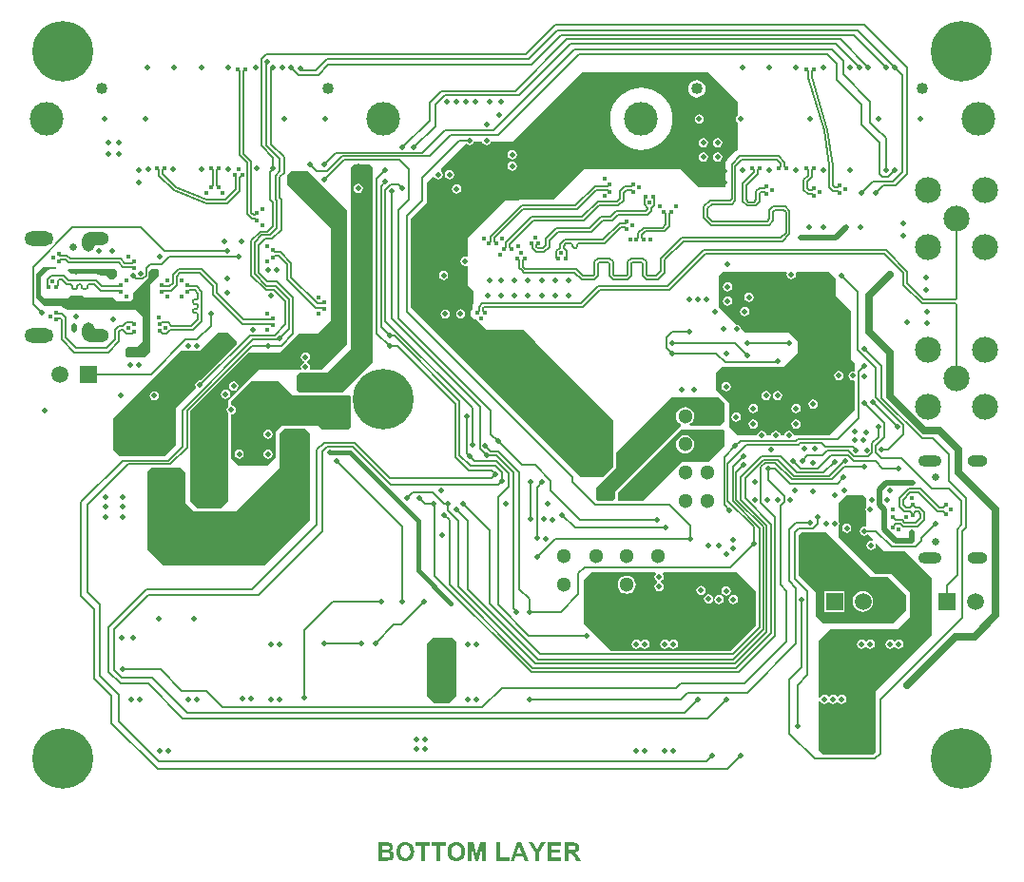
<source format=gbl>
G04*
G04 #@! TF.GenerationSoftware,Altium Limited,Altium Designer,23.2.1 (34)*
G04*
G04 Layer_Physical_Order=4*
G04 Layer_Color=16711680*
%FSLAX25Y25*%
%MOIN*%
G70*
G04*
G04 #@! TF.SameCoordinates,387CD6D3-576D-47AB-95CD-A910FB3B32EF*
G04*
G04*
G04 #@! TF.FilePolarity,Positive*
G04*
G01*
G75*
%ADD10C,0.00500*%
%ADD16C,0.00600*%
%ADD119C,0.03000*%
%ADD134C,0.02000*%
%ADD140C,0.01500*%
%ADD144C,0.02500*%
%ADD145C,0.09095*%
%ADD146C,0.05118*%
%ADD147C,0.21260*%
%ADD148C,0.02600*%
%ADD149O,0.08268X0.03937*%
%ADD150O,0.07087X0.03937*%
%ADD151R,0.05937X0.05937*%
%ADD152C,0.05937*%
%ADD153O,0.10236X0.05118*%
%ADD154O,0.01968X0.03347*%
%ADD155C,0.02480*%
%ADD156O,0.04724X0.06496*%
%ADD157O,0.09055X0.04724*%
%ADD158C,0.11811*%
%ADD159C,0.04016*%
%ADD160C,0.01600*%
%ADD161C,0.02000*%
%ADD162C,0.02400*%
G36*
X19000Y170811D02*
Y169311D01*
X17596Y167908D01*
X16404D01*
X15000Y169311D01*
X13202D01*
X13144Y169370D01*
X12383Y169878D01*
X11486Y170056D01*
X2830D01*
X1839Y171048D01*
X1838Y171048D01*
X1838Y171049D01*
X1689Y171148D01*
X1863Y171623D01*
X18188D01*
X19000Y170811D01*
D02*
G37*
G36*
X-2393Y172236D02*
X-2563Y171736D01*
X-4127D01*
X-4127Y171736D01*
X-4128Y171736D01*
X-4577Y171646D01*
X-5024Y171557D01*
X-5025Y171557D01*
X-5025Y171557D01*
X-5401Y171306D01*
X-5785Y171049D01*
X-5785Y171048D01*
X-5786Y171048D01*
X-7260Y169573D01*
X-7304Y169506D01*
X-7696Y169114D01*
Y168920D01*
X-7767Y168813D01*
X-7768Y168813D01*
X-7768Y168812D01*
X-7858Y168358D01*
X-7946Y167915D01*
Y165828D01*
X-7858Y165383D01*
X-7768Y164932D01*
X-7768Y164931D01*
X-7767Y164930D01*
X-7696Y164823D01*
Y162508D01*
X-6500Y161311D01*
X1500D01*
X2500Y162311D01*
X3636D01*
X3637Y162311D01*
X3637Y162311D01*
X3639D01*
X3639Y162311D01*
X4385D01*
X4385Y162311D01*
X4387D01*
X4387Y162311D01*
X4388Y162311D01*
X7000D01*
X7500Y161811D01*
X17500D01*
X19000Y160311D01*
X23500D01*
X24500Y161311D01*
Y163254D01*
X30000Y168754D01*
Y170811D01*
X31000Y171811D01*
X33000D01*
X33500Y171311D01*
Y169273D01*
X30500Y166273D01*
Y142812D01*
X28500Y140812D01*
X22500D01*
X22000Y141312D01*
Y143812D01*
X22500Y144311D01*
X26000D01*
X28000Y146311D01*
Y154812D01*
X25500Y157311D01*
X1397D01*
X1116Y157593D01*
X355Y158101D01*
X174Y158137D01*
X-500Y158811D01*
X-2429D01*
X-2520Y158829D01*
X-2611Y158811D01*
X-6500D01*
X-9339Y161651D01*
Y169973D01*
X-7000Y172311D01*
X-2492D01*
X-2393Y172236D01*
D02*
G37*
G36*
X99500Y192500D02*
Y145311D01*
X90520Y136331D01*
X86826D01*
X86536Y136831D01*
X86631Y137311D01*
X86507Y137935D01*
X86154Y138464D01*
X85624Y138818D01*
X85447Y138853D01*
Y139363D01*
X85545Y139382D01*
X86075Y139736D01*
X86428Y140265D01*
X86552Y140890D01*
X86428Y141514D01*
X86075Y142043D01*
X85545Y142397D01*
X84921Y142521D01*
X84297Y142397D01*
X83767Y142043D01*
X83414Y141514D01*
X83290Y140890D01*
X83414Y140265D01*
X83767Y139736D01*
X84297Y139382D01*
X84474Y139347D01*
Y138837D01*
X84376Y138818D01*
X83846Y138464D01*
X83493Y137935D01*
X83369Y137311D01*
X83464Y136831D01*
X83175Y136331D01*
X83000D01*
X82902Y136311D01*
X68500D01*
X61377Y129188D01*
X60988Y129507D01*
X61313Y129993D01*
X61437Y130617D01*
X61313Y131242D01*
X60960Y131771D01*
X60430Y132125D01*
X59806Y132249D01*
X59182Y132125D01*
X58653Y131771D01*
X58299Y131242D01*
X58175Y130617D01*
X58299Y129993D01*
X58653Y129464D01*
X59182Y129110D01*
X59806Y128986D01*
X60430Y129110D01*
X60917Y129435D01*
X61235Y129047D01*
X58573Y126384D01*
X58184Y126703D01*
X58507Y127186D01*
X58631Y127811D01*
X58507Y128435D01*
X58153Y128964D01*
X57624Y129318D01*
X57000Y129442D01*
X56376Y129318D01*
X55847Y128964D01*
X55493Y128435D01*
X55369Y127811D01*
X55493Y127186D01*
X55847Y126657D01*
X56376Y126303D01*
X57000Y126179D01*
X57624Y126303D01*
X58108Y126626D01*
X58426Y126238D01*
X58000Y125812D01*
Y125410D01*
X57980Y125312D01*
Y123942D01*
X58000Y123843D01*
Y123567D01*
X57846Y123464D01*
X57493Y122935D01*
X57369Y122310D01*
X57493Y121686D01*
X57846Y121157D01*
X58000Y121054D01*
Y120778D01*
X57980Y120679D01*
Y105312D01*
X58000Y105213D01*
Y90311D01*
X55500Y87811D01*
X47000D01*
X44500Y90311D01*
Y121835D01*
X64977Y142312D01*
X76000D01*
X82749Y149060D01*
X89249D01*
X94000Y153812D01*
Y186001D01*
X78500Y201501D01*
Y204501D01*
X80000Y206000D01*
X86000D01*
X99500Y192500D01*
D02*
G37*
G36*
X61000Y146311D02*
Y145226D01*
X48338Y132564D01*
X48000Y132632D01*
X47376Y132508D01*
X46847Y132154D01*
X46493Y131625D01*
X46369Y131000D01*
X46493Y130376D01*
X46646Y130147D01*
X39500Y123001D01*
Y110001D01*
X35500Y106000D01*
X20000D01*
X17500Y108501D01*
Y119311D01*
X41189Y143000D01*
X48000D01*
X54311Y149311D01*
X58000D01*
X61000Y146311D01*
D02*
G37*
G36*
X108500Y207312D02*
Y138812D01*
X98000Y128312D01*
X83000D01*
X82000Y129312D01*
Y134311D01*
X83000Y135311D01*
X92500D01*
X101000Y143812D01*
Y207501D01*
X102000Y208501D01*
X107311D01*
X108500Y207312D01*
D02*
G37*
G36*
X80500Y127312D02*
X82902D01*
X83000Y127292D01*
X98000D01*
X98098Y127312D01*
X100500D01*
X101000Y126812D01*
Y126755D01*
X100939Y125985D01*
X101000Y125214D01*
Y117312D01*
Y116500D01*
X100000Y115500D01*
X90811D01*
X89500Y116812D01*
X76400D01*
X74400Y114812D01*
Y105711D01*
X71500Y102812D01*
X61500D01*
X59000Y105312D01*
Y120679D01*
X59624Y120803D01*
X60154Y121157D01*
X60507Y121686D01*
X60631Y122310D01*
X60507Y122935D01*
X60154Y123464D01*
X59624Y123818D01*
X59000Y123942D01*
Y125312D01*
X66000Y132311D01*
X75500D01*
X80500Y127312D01*
D02*
G37*
G36*
X86500Y113911D02*
Y83811D01*
X70500Y67812D01*
X35000D01*
X29380Y73431D01*
Y88085D01*
Y100384D01*
X30996Y102000D01*
X41311D01*
X43000Y100312D01*
Y89811D01*
X46000Y86812D01*
X46902D01*
X47000Y86792D01*
X55500D01*
X55598Y86812D01*
X60811D01*
X75900Y101900D01*
Y114111D01*
X77400Y115612D01*
X84800D01*
X86500Y113911D01*
D02*
G37*
G36*
X236500Y230311D02*
Y225537D01*
X236390Y225464D01*
X236037Y224935D01*
X235913Y224310D01*
X236037Y223686D01*
X236390Y223157D01*
X236500Y223084D01*
Y213500D01*
X236414Y213415D01*
X235678Y212923D01*
X232778Y210023D01*
X232280Y209278D01*
X232106Y208401D01*
Y200417D01*
X232000Y200311D01*
X223000D01*
X216500Y206811D01*
X182500D01*
X171883Y196195D01*
X160750D01*
X159873Y196020D01*
X159561Y195811D01*
X155000D01*
X142000Y182811D01*
Y176148D01*
X141823Y176054D01*
X141500Y175931D01*
X140945Y176042D01*
X140321Y175918D01*
X139792Y175564D01*
X139438Y175035D01*
X139314Y174410D01*
X139438Y173786D01*
X139792Y173257D01*
X140321Y172903D01*
X140945Y172779D01*
X141500Y172889D01*
X141823Y172767D01*
X142000Y172673D01*
Y165812D01*
X143800Y164012D01*
Y159584D01*
X143688Y159416D01*
X143513Y158538D01*
Y157888D01*
X143038Y157176D01*
X142863Y156298D01*
X143038Y155420D01*
X143535Y154676D01*
X144279Y154179D01*
X144831Y154069D01*
X145186Y153714D01*
X145404Y153388D01*
X145730Y153170D01*
X148600Y150300D01*
X161512Y150300D01*
X165656Y146156D01*
X193000Y118812D01*
Y107824D01*
X192965Y107649D01*
X192926Y107459D01*
X192877Y102319D01*
X189369Y98812D01*
X181689D01*
X122000Y158501D01*
Y189312D01*
X127500Y194811D01*
Y201812D01*
X129585Y203896D01*
X130229Y203833D01*
X130347Y203657D01*
X130876Y203303D01*
X131500Y203179D01*
X132124Y203303D01*
X132653Y203657D01*
X133007Y204186D01*
X133131Y204811D01*
X133007Y205435D01*
X132653Y205964D01*
X132477Y206082D01*
X132414Y206726D01*
X141346Y215657D01*
X141875Y215303D01*
X142499Y215179D01*
X143123Y215303D01*
X143652Y215657D01*
X144006Y216186D01*
X144031Y216312D01*
X146968D01*
X146993Y216186D01*
X147346Y215657D01*
X147876Y215303D01*
X148500Y215179D01*
X149124Y215303D01*
X149653Y215657D01*
X150007Y216186D01*
X150032Y216312D01*
X157500D01*
X182000Y240811D01*
X226000D01*
X236500Y230311D01*
D02*
G37*
G36*
X271000Y168312D02*
Y162311D01*
X276250Y157062D01*
Y140061D01*
X277500Y138812D01*
Y136179D01*
X277114Y135862D01*
X276951Y135894D01*
X276327Y135770D01*
X275798Y135416D01*
X275444Y134887D01*
X275320Y134263D01*
X275444Y133638D01*
X275798Y133109D01*
X276327Y132755D01*
X276951Y132631D01*
X277114Y132664D01*
X277500Y132346D01*
Y122327D01*
X268629Y113312D01*
X256131D01*
X256007Y113936D01*
X255654Y114465D01*
X255124Y114819D01*
X254500Y114943D01*
X253876Y114819D01*
X253346Y114465D01*
X252993Y113936D01*
X252869Y113312D01*
X251504D01*
X251380Y113936D01*
X251027Y114465D01*
X250497Y114819D01*
X249873Y114943D01*
X249249Y114819D01*
X248720Y114465D01*
X248366Y113936D01*
X248242Y113312D01*
X246631D01*
X246507Y113936D01*
X246153Y114465D01*
X245624Y114819D01*
X245000Y114943D01*
X244376Y114819D01*
X243847Y114465D01*
X243493Y113936D01*
X243369Y113312D01*
X236500D01*
X233480Y116332D01*
Y124831D01*
X229000Y129312D01*
Y135311D01*
X231000Y137311D01*
X252669D01*
X257500Y142147D01*
Y146311D01*
X254500Y149311D01*
X239129D01*
X237693Y150747D01*
X237599Y151220D01*
X237245Y151749D01*
X236716Y152103D01*
X236244Y152197D01*
X229965Y158475D01*
Y167812D01*
Y169276D01*
X231500Y170811D01*
X253486D01*
X253765Y170311D01*
X253666Y169810D01*
X253790Y169186D01*
X254144Y168657D01*
X254673Y168303D01*
X255297Y168179D01*
X255921Y168303D01*
X256451Y168657D01*
X256804Y169186D01*
X256928Y169810D01*
X256829Y170311D01*
X257108Y170811D01*
X268500D01*
X271000Y168312D01*
D02*
G37*
G36*
X232000Y124811D02*
Y118312D01*
X230500Y116812D01*
X219741D01*
X219642Y117312D01*
X219678Y117327D01*
X220338Y117833D01*
X220844Y118493D01*
X221163Y119261D01*
X221271Y120086D01*
X221163Y120911D01*
X220844Y121679D01*
X220338Y122339D01*
X219678Y122845D01*
X218910Y123164D01*
X218085Y123272D01*
X217260Y123164D01*
X216492Y122845D01*
X215832Y122339D01*
X215326Y121679D01*
X215007Y120911D01*
X214899Y120086D01*
X215007Y119261D01*
X215326Y118493D01*
X215832Y117833D01*
X216492Y117327D01*
X216528Y117312D01*
X216500Y116812D01*
X193500Y93812D01*
Y93410D01*
X193480Y93312D01*
Y91292D01*
X192500Y90311D01*
X187500D01*
X187000Y90812D01*
Y95000D01*
X193892Y101893D01*
X193945Y107450D01*
X213280Y126785D01*
X230027D01*
X232000Y124811D01*
D02*
G37*
G36*
Y114812D02*
Y109811D01*
X226173Y103984D01*
X217000D01*
X203423Y90408D01*
X199903D01*
X199807Y90311D01*
X195000D01*
X194500Y90812D01*
Y93312D01*
X216500Y115312D01*
X231500D01*
X232000Y114812D01*
D02*
G37*
G36*
X281500Y91312D02*
Y87946D01*
X281493Y87936D01*
X281369Y87312D01*
X281493Y86687D01*
X281500Y86677D01*
Y81738D01*
X281114Y81420D01*
X281000Y81443D01*
X280376Y81319D01*
X279847Y80965D01*
X279493Y80436D01*
X279369Y79812D01*
X279493Y79187D01*
X279847Y78658D01*
X280376Y78304D01*
X281000Y78180D01*
X281624Y78304D01*
X282154Y78658D01*
X283996Y76815D01*
X283750Y76355D01*
X283306Y76443D01*
X282682Y76319D01*
X282153Y75965D01*
X281799Y75436D01*
X281675Y74812D01*
X281799Y74187D01*
X282153Y73658D01*
X282682Y73304D01*
X283306Y73180D01*
X283930Y73304D01*
X284459Y73658D01*
X284813Y74187D01*
X284937Y74812D01*
X284849Y75255D01*
X285310Y75502D01*
X288000Y72812D01*
X295000D01*
X304500Y63311D01*
Y43312D01*
X285000Y23811D01*
Y21812D01*
X284999D01*
Y2310D01*
X284000Y1311D01*
X266500D01*
X265000Y2812D01*
Y20102D01*
X265493Y20187D01*
X265846Y19658D01*
X266376Y19304D01*
X267000Y19180D01*
X267624Y19304D01*
X268154Y19658D01*
X268250Y19802D01*
X268750D01*
X268847Y19658D01*
X269376Y19304D01*
X270000Y19180D01*
X270624Y19304D01*
X271153Y19658D01*
X271250Y19802D01*
X271750D01*
X271847Y19658D01*
X272376Y19304D01*
X273000Y19180D01*
X273624Y19304D01*
X274153Y19658D01*
X274507Y20187D01*
X274631Y20811D01*
X274507Y21436D01*
X274153Y21965D01*
X273624Y22319D01*
X273000Y22443D01*
X272376Y22319D01*
X271847Y21965D01*
X271750Y21821D01*
X271250D01*
X271153Y21965D01*
X270624Y22319D01*
X270000Y22443D01*
X269376Y22319D01*
X268847Y21965D01*
X268750Y21821D01*
X268250D01*
X268154Y21965D01*
X267624Y22319D01*
X267000Y22443D01*
X266376Y22319D01*
X265846Y21965D01*
X265493Y21436D01*
X265000Y21521D01*
Y41311D01*
X269000Y45311D01*
X292500D01*
X297000Y49812D01*
Y58311D01*
X290500Y64811D01*
X289099D01*
X289000Y64831D01*
X284980D01*
X272000Y77811D01*
Y81677D01*
X272007Y81687D01*
X272131Y82311D01*
X272007Y82936D01*
X272000Y82946D01*
Y89811D01*
X274500Y92312D01*
X280500D01*
X281500Y91312D01*
D02*
G37*
G36*
X243000Y58500D02*
Y46812D01*
X234000Y37811D01*
X192189D01*
X182500Y47501D01*
Y62501D01*
X185311Y65311D01*
X207534D01*
X207744Y64811D01*
X207493Y64436D01*
X207369Y63811D01*
X207493Y63187D01*
X207846Y62658D01*
X208348Y62323D01*
X208376Y62109D01*
Y62014D01*
X208348Y61800D01*
X207846Y61465D01*
X207493Y60936D01*
X207369Y60312D01*
X207493Y59687D01*
X207846Y59158D01*
X208376Y58804D01*
X209000Y58680D01*
X209624Y58804D01*
X210154Y59158D01*
X210507Y59687D01*
X210631Y60312D01*
X210507Y60936D01*
X210154Y61465D01*
X209652Y61800D01*
X209624Y62014D01*
Y62109D01*
X209652Y62323D01*
X210154Y62658D01*
X210507Y63187D01*
X210631Y63811D01*
X210507Y64436D01*
X210256Y64811D01*
X210467Y65311D01*
X236189D01*
X243000Y58500D01*
D02*
G37*
G36*
X283000Y63811D02*
X289000D01*
X295500Y57311D01*
Y51811D01*
X291000Y47311D01*
X266500D01*
X264000Y49812D01*
Y58311D01*
X258000Y64311D01*
Y78312D01*
X259000Y79312D01*
X267500D01*
X283000Y63811D01*
D02*
G37*
G36*
X138000Y41001D02*
Y22001D01*
X135500Y19500D01*
X130000D01*
X127500Y22001D01*
Y40501D01*
X129500Y42500D01*
X136500D01*
X138000Y41001D01*
D02*
G37*
G36*
X166809Y-33103D02*
Y-35786D01*
X165514D01*
Y-33094D01*
X163173Y-29385D01*
X164681D01*
X166189Y-31919D01*
X167660Y-29385D01*
X169149D01*
X166809Y-33103D01*
D02*
G37*
G36*
X148114Y-35786D02*
X146921D01*
X146912Y-30754D01*
X145654Y-35786D01*
X144405D01*
X143147Y-30754D01*
Y-35786D01*
X141954D01*
Y-29385D01*
X143887D01*
X145034Y-33760D01*
X146172Y-29385D01*
X148114D01*
Y-35786D01*
D02*
G37*
G36*
X178741Y-29394D02*
X178843D01*
X178945Y-29403D01*
X179065D01*
X179305Y-29431D01*
X179555Y-29459D01*
X179786Y-29505D01*
X179888Y-29533D01*
X179981Y-29561D01*
X179990D01*
X179999Y-29570D01*
X180055Y-29598D01*
X180138Y-29644D01*
X180249Y-29699D01*
X180369Y-29792D01*
X180489Y-29894D01*
X180610Y-30023D01*
X180721Y-30180D01*
Y-30190D01*
X180730Y-30199D01*
X180748Y-30227D01*
X180767Y-30254D01*
X180813Y-30347D01*
X180869Y-30467D01*
X180915Y-30615D01*
X180961Y-30782D01*
X180998Y-30976D01*
X181007Y-31179D01*
Y-31189D01*
Y-31207D01*
Y-31253D01*
X180998Y-31300D01*
Y-31364D01*
X180989Y-31429D01*
X180952Y-31596D01*
X180906Y-31790D01*
X180832Y-31984D01*
X180721Y-32188D01*
X180656Y-32280D01*
X180582Y-32373D01*
X180573Y-32382D01*
X180563Y-32391D01*
X180536Y-32419D01*
X180499Y-32447D01*
X180462Y-32484D01*
X180406Y-32530D01*
X180341Y-32576D01*
X180267Y-32622D01*
X180184Y-32678D01*
X180082Y-32724D01*
X179981Y-32770D01*
X179870Y-32817D01*
X179740Y-32863D01*
X179611Y-32900D01*
X179472Y-32937D01*
X179315Y-32965D01*
X179324D01*
X179333Y-32974D01*
X179389Y-33011D01*
X179463Y-33057D01*
X179555Y-33122D01*
X179666Y-33205D01*
X179777Y-33288D01*
X179897Y-33390D01*
X179999Y-33501D01*
X180008Y-33510D01*
X180055Y-33557D01*
X180110Y-33631D01*
X180193Y-33742D01*
X180304Y-33880D01*
X180360Y-33973D01*
X180425Y-34065D01*
X180499Y-34167D01*
X180573Y-34278D01*
X180656Y-34408D01*
X180739Y-34537D01*
X181525Y-35786D01*
X179971D01*
X179046Y-34398D01*
X179037Y-34389D01*
X179028Y-34361D01*
X179000Y-34324D01*
X178963Y-34278D01*
X178926Y-34223D01*
X178880Y-34149D01*
X178778Y-34001D01*
X178658Y-33834D01*
X178547Y-33686D01*
X178445Y-33547D01*
X178399Y-33501D01*
X178362Y-33455D01*
X178353Y-33446D01*
X178334Y-33427D01*
X178297Y-33390D01*
X178251Y-33344D01*
X178186Y-33307D01*
X178121Y-33261D01*
X178047Y-33224D01*
X177973Y-33187D01*
X177964D01*
X177936Y-33177D01*
X177890Y-33159D01*
X177816Y-33150D01*
X177724Y-33131D01*
X177613Y-33122D01*
X177483Y-33113D01*
X177067D01*
Y-35786D01*
X175772D01*
Y-29385D01*
X178658D01*
X178741Y-29394D01*
D02*
G37*
G36*
X174551Y-30467D02*
X171101D01*
Y-31882D01*
X174310D01*
Y-32965D01*
X171101D01*
Y-34704D01*
X174671D01*
Y-35786D01*
X169806D01*
Y-29385D01*
X174551D01*
Y-30467D01*
D02*
G37*
G36*
X163146Y-35786D02*
X161749D01*
X161194Y-34334D01*
X158622D01*
X158095Y-35786D01*
X156726D01*
X159205Y-29385D01*
X160574D01*
X163146Y-35786D01*
D02*
G37*
G36*
X153239Y-34704D02*
X156458D01*
Y-35786D01*
X151944D01*
Y-29431D01*
X153239D01*
Y-34704D01*
D02*
G37*
G36*
X134175Y-30467D02*
X132288D01*
Y-35786D01*
X130993D01*
Y-30467D01*
X129096D01*
Y-29385D01*
X134175D01*
Y-30467D01*
D02*
G37*
G36*
X128708D02*
X126821D01*
Y-35786D01*
X125526D01*
Y-30467D01*
X123630D01*
Y-29385D01*
X128708D01*
Y-30467D01*
D02*
G37*
G36*
X113649Y-29394D02*
X113834Y-29403D01*
X114019Y-29413D01*
X114195Y-29431D01*
X114352Y-29450D01*
X114370D01*
X114417Y-29459D01*
X114481Y-29477D01*
X114574Y-29505D01*
X114676Y-29542D01*
X114787Y-29588D01*
X114907Y-29644D01*
X115018Y-29718D01*
X115027Y-29727D01*
X115064Y-29755D01*
X115120Y-29801D01*
X115194Y-29857D01*
X115268Y-29940D01*
X115351Y-30032D01*
X115434Y-30134D01*
X115508Y-30254D01*
X115517Y-30273D01*
X115536Y-30310D01*
X115573Y-30384D01*
X115610Y-30476D01*
X115647Y-30587D01*
X115684Y-30708D01*
X115702Y-30856D01*
X115712Y-31004D01*
Y-31013D01*
Y-31022D01*
Y-31078D01*
X115702Y-31161D01*
X115684Y-31272D01*
X115647Y-31401D01*
X115610Y-31540D01*
X115545Y-31679D01*
X115462Y-31827D01*
X115453Y-31845D01*
X115416Y-31892D01*
X115360Y-31956D01*
X115295Y-32040D01*
X115203Y-32123D01*
X115092Y-32225D01*
X114962Y-32308D01*
X114814Y-32391D01*
X114824D01*
X114842Y-32400D01*
X114870Y-32410D01*
X114907Y-32419D01*
X115018Y-32465D01*
X115147Y-32530D01*
X115286Y-32604D01*
X115443Y-32706D01*
X115582Y-32826D01*
X115712Y-32974D01*
X115721Y-32992D01*
X115758Y-33048D01*
X115813Y-33131D01*
X115869Y-33242D01*
X115924Y-33390D01*
X115980Y-33547D01*
X116017Y-33732D01*
X116026Y-33936D01*
Y-33945D01*
Y-33954D01*
Y-34010D01*
X116017Y-34093D01*
X115998Y-34204D01*
X115980Y-34334D01*
X115943Y-34482D01*
X115887Y-34630D01*
X115823Y-34787D01*
X115813Y-34805D01*
X115786Y-34852D01*
X115739Y-34926D01*
X115675Y-35018D01*
X115601Y-35129D01*
X115499Y-35231D01*
X115397Y-35342D01*
X115268Y-35444D01*
X115249Y-35453D01*
X115203Y-35481D01*
X115129Y-35527D01*
X115027Y-35573D01*
X114898Y-35629D01*
X114750Y-35675D01*
X114583Y-35721D01*
X114398Y-35749D01*
X114361D01*
X114324Y-35758D01*
X114232D01*
X114167Y-35767D01*
X113991D01*
X113880Y-35777D01*
X113603D01*
X113445Y-35786D01*
X110670D01*
Y-29385D01*
X113482D01*
X113649Y-29394D01*
D02*
G37*
G36*
X137976Y-29274D02*
X138069D01*
X138189Y-29292D01*
X138328Y-29311D01*
X138485Y-29339D01*
X138652Y-29376D01*
X138827Y-29422D01*
X139012Y-29477D01*
X139197Y-29551D01*
X139392Y-29635D01*
X139577Y-29736D01*
X139762Y-29857D01*
X139937Y-29995D01*
X140104Y-30153D01*
X140113Y-30162D01*
X140141Y-30190D01*
X140187Y-30245D01*
X140233Y-30310D01*
X140298Y-30402D01*
X140372Y-30513D01*
X140446Y-30643D01*
X140529Y-30791D01*
X140613Y-30948D01*
X140687Y-31133D01*
X140761Y-31337D01*
X140825Y-31549D01*
X140881Y-31790D01*
X140918Y-32040D01*
X140946Y-32308D01*
X140955Y-32595D01*
Y-32613D01*
Y-32659D01*
X140946Y-32743D01*
Y-32854D01*
X140927Y-32983D01*
X140909Y-33131D01*
X140881Y-33307D01*
X140853Y-33483D01*
X140807Y-33677D01*
X140751Y-33880D01*
X140677Y-34084D01*
X140594Y-34287D01*
X140502Y-34482D01*
X140381Y-34676D01*
X140252Y-34861D01*
X140104Y-35037D01*
X140095Y-35046D01*
X140067Y-35074D01*
X140021Y-35120D01*
X139947Y-35175D01*
X139863Y-35240D01*
X139762Y-35314D01*
X139641Y-35388D01*
X139512Y-35471D01*
X139355Y-35555D01*
X139188Y-35629D01*
X139003Y-35703D01*
X138800Y-35767D01*
X138587Y-35823D01*
X138356Y-35869D01*
X138115Y-35897D01*
X137856Y-35906D01*
X137791D01*
X137717Y-35897D01*
X137625Y-35888D01*
X137505Y-35878D01*
X137366Y-35860D01*
X137209Y-35832D01*
X137042Y-35795D01*
X136857Y-35749D01*
X136681Y-35693D01*
X136487Y-35619D01*
X136302Y-35536D01*
X136108Y-35444D01*
X135932Y-35323D01*
X135756Y-35194D01*
X135590Y-35037D01*
X135581Y-35027D01*
X135553Y-35000D01*
X135516Y-34944D01*
X135460Y-34879D01*
X135396Y-34787D01*
X135322Y-34676D01*
X135248Y-34556D01*
X135174Y-34408D01*
X135090Y-34250D01*
X135016Y-34065D01*
X134942Y-33871D01*
X134878Y-33658D01*
X134822Y-33427D01*
X134785Y-33177D01*
X134757Y-32909D01*
X134748Y-32632D01*
Y-32622D01*
Y-32585D01*
Y-32539D01*
X134757Y-32465D01*
Y-32382D01*
X134767Y-32289D01*
X134776Y-32178D01*
X134785Y-32058D01*
X134822Y-31799D01*
X134868Y-31522D01*
X134942Y-31244D01*
X135035Y-30985D01*
Y-30976D01*
X135044Y-30967D01*
X135063Y-30939D01*
X135072Y-30902D01*
X135127Y-30809D01*
X135192Y-30689D01*
X135275Y-30550D01*
X135377Y-30412D01*
X135497Y-30254D01*
X135627Y-30106D01*
X135636Y-30097D01*
X135645Y-30088D01*
X135692Y-30042D01*
X135775Y-29968D01*
X135877Y-29884D01*
X135997Y-29792D01*
X136136Y-29690D01*
X136293Y-29598D01*
X136459Y-29524D01*
X136469D01*
X136487Y-29514D01*
X136524Y-29496D01*
X136570Y-29487D01*
X136626Y-29459D01*
X136691Y-29440D01*
X136774Y-29422D01*
X136857Y-29394D01*
X137061Y-29348D01*
X137292Y-29302D01*
X137560Y-29274D01*
X137838Y-29265D01*
X137902D01*
X137976Y-29274D01*
D02*
G37*
G36*
X120087D02*
X120179D01*
X120300Y-29292D01*
X120438Y-29311D01*
X120596Y-29339D01*
X120762Y-29376D01*
X120938Y-29422D01*
X121123Y-29477D01*
X121308Y-29551D01*
X121502Y-29635D01*
X121687Y-29736D01*
X121872Y-29857D01*
X122048Y-29995D01*
X122214Y-30153D01*
X122224Y-30162D01*
X122251Y-30190D01*
X122298Y-30245D01*
X122344Y-30310D01*
X122409Y-30402D01*
X122483Y-30513D01*
X122557Y-30643D01*
X122640Y-30791D01*
X122723Y-30948D01*
X122797Y-31133D01*
X122871Y-31337D01*
X122936Y-31549D01*
X122991Y-31790D01*
X123028Y-32040D01*
X123056Y-32308D01*
X123065Y-32595D01*
Y-32613D01*
Y-32659D01*
X123056Y-32743D01*
Y-32854D01*
X123038Y-32983D01*
X123019Y-33131D01*
X122991Y-33307D01*
X122964Y-33483D01*
X122917Y-33677D01*
X122862Y-33880D01*
X122788Y-34084D01*
X122705Y-34287D01*
X122612Y-34482D01*
X122492Y-34676D01*
X122362Y-34861D01*
X122214Y-35037D01*
X122205Y-35046D01*
X122177Y-35074D01*
X122131Y-35120D01*
X122057Y-35175D01*
X121974Y-35240D01*
X121872Y-35314D01*
X121752Y-35388D01*
X121622Y-35471D01*
X121465Y-35555D01*
X121299Y-35629D01*
X121114Y-35703D01*
X120910Y-35767D01*
X120697Y-35823D01*
X120466Y-35869D01*
X120226Y-35897D01*
X119967Y-35906D01*
X119902D01*
X119828Y-35897D01*
X119735Y-35888D01*
X119615Y-35878D01*
X119476Y-35860D01*
X119319Y-35832D01*
X119153Y-35795D01*
X118968Y-35749D01*
X118792Y-35693D01*
X118598Y-35619D01*
X118413Y-35536D01*
X118218Y-35444D01*
X118043Y-35323D01*
X117867Y-35194D01*
X117700Y-35037D01*
X117691Y-35027D01*
X117663Y-35000D01*
X117626Y-34944D01*
X117571Y-34879D01*
X117506Y-34787D01*
X117432Y-34676D01*
X117358Y-34556D01*
X117284Y-34408D01*
X117201Y-34250D01*
X117127Y-34065D01*
X117053Y-33871D01*
X116988Y-33658D01*
X116933Y-33427D01*
X116896Y-33177D01*
X116868Y-32909D01*
X116859Y-32632D01*
Y-32622D01*
Y-32585D01*
Y-32539D01*
X116868Y-32465D01*
Y-32382D01*
X116877Y-32289D01*
X116886Y-32178D01*
X116896Y-32058D01*
X116933Y-31799D01*
X116979Y-31522D01*
X117053Y-31244D01*
X117145Y-30985D01*
Y-30976D01*
X117155Y-30967D01*
X117173Y-30939D01*
X117182Y-30902D01*
X117238Y-30809D01*
X117303Y-30689D01*
X117386Y-30550D01*
X117488Y-30412D01*
X117608Y-30254D01*
X117737Y-30106D01*
X117747Y-30097D01*
X117756Y-30088D01*
X117802Y-30042D01*
X117885Y-29968D01*
X117987Y-29884D01*
X118107Y-29792D01*
X118246Y-29690D01*
X118403Y-29598D01*
X118570Y-29524D01*
X118579D01*
X118598Y-29514D01*
X118635Y-29496D01*
X118681Y-29487D01*
X118736Y-29459D01*
X118801Y-29440D01*
X118884Y-29422D01*
X118968Y-29394D01*
X119171Y-29348D01*
X119402Y-29302D01*
X119671Y-29274D01*
X119948Y-29265D01*
X120013D01*
X120087Y-29274D01*
D02*
G37*
%LPC*%
G36*
X32000Y128884D02*
X31376Y128760D01*
X30847Y128406D01*
X30493Y127877D01*
X30369Y127252D01*
X30493Y126628D01*
X30847Y126099D01*
X31376Y125745D01*
X32000Y125621D01*
X32624Y125745D01*
X33154Y126099D01*
X33507Y126628D01*
X33631Y127252D01*
X33507Y127877D01*
X33154Y128406D01*
X32624Y128760D01*
X32000Y128884D01*
D02*
G37*
G36*
X103500Y201604D02*
X102876Y201480D01*
X102347Y201126D01*
X101993Y200597D01*
X101869Y199972D01*
X101993Y199348D01*
X102347Y198819D01*
X102876Y198465D01*
X103500Y198341D01*
X104124Y198465D01*
X104654Y198819D01*
X105007Y199348D01*
X105131Y199972D01*
X105007Y200597D01*
X104654Y201126D01*
X104124Y201480D01*
X103500Y201604D01*
D02*
G37*
G36*
X71871Y115443D02*
X71247Y115319D01*
X70718Y114965D01*
X70364Y114436D01*
X70240Y113812D01*
X70364Y113187D01*
X70718Y112658D01*
X71247Y112304D01*
X71871Y112180D01*
X72495Y112304D01*
X73024Y112658D01*
X73378Y113187D01*
X73502Y113812D01*
X73378Y114436D01*
X73024Y114965D01*
X72495Y115319D01*
X71871Y115443D01*
D02*
G37*
G36*
Y108443D02*
X71247Y108319D01*
X70718Y107965D01*
X70364Y107436D01*
X70240Y106811D01*
X70364Y106187D01*
X70718Y105658D01*
X71247Y105304D01*
X71871Y105180D01*
X72495Y105304D01*
X73024Y105658D01*
X73378Y106187D01*
X73502Y106811D01*
X73378Y107436D01*
X73024Y107965D01*
X72495Y108319D01*
X71871Y108443D01*
D02*
G37*
G36*
X61729D02*
X61105Y108319D01*
X60575Y107965D01*
X60222Y107436D01*
X60098Y106811D01*
X60222Y106187D01*
X60575Y105658D01*
X61105Y105304D01*
X61729Y105180D01*
X62353Y105304D01*
X62883Y105658D01*
X63236Y106187D01*
X63360Y106811D01*
X63236Y107436D01*
X62883Y107965D01*
X62353Y108319D01*
X61729Y108443D01*
D02*
G37*
G36*
X222126Y237936D02*
X221341Y237832D01*
X220609Y237529D01*
X219981Y237047D01*
X219499Y236419D01*
X219196Y235687D01*
X219092Y234902D01*
X219196Y234117D01*
X219499Y233385D01*
X219981Y232757D01*
X220609Y232275D01*
X221341Y231971D01*
X222126Y231868D01*
X222912Y231971D01*
X223643Y232275D01*
X224272Y232757D01*
X224754Y233385D01*
X225057Y234117D01*
X225160Y234902D01*
X225057Y235687D01*
X224754Y236419D01*
X224272Y237047D01*
X223643Y237529D01*
X222912Y237832D01*
X222126Y237936D01*
D02*
G37*
G36*
X223044Y225942D02*
X222420Y225818D01*
X221890Y225464D01*
X221537Y224935D01*
X221413Y224310D01*
X221537Y223686D01*
X221890Y223157D01*
X222420Y222803D01*
X223044Y222679D01*
X223668Y222803D01*
X224198Y223157D01*
X224551Y223686D01*
X224675Y224310D01*
X224551Y224935D01*
X224198Y225464D01*
X223668Y225818D01*
X223044Y225942D01*
D02*
G37*
G36*
X229524Y217615D02*
X228900Y217491D01*
X228370Y217137D01*
X228017Y216608D01*
X227893Y215984D01*
X228017Y215359D01*
X228370Y214830D01*
X228900Y214476D01*
X229524Y214352D01*
X230148Y214476D01*
X230678Y214830D01*
X231031Y215359D01*
X231155Y215984D01*
X231031Y216608D01*
X230678Y217137D01*
X230148Y217491D01*
X229524Y217615D01*
D02*
G37*
G36*
X224524D02*
X223900Y217491D01*
X223371Y217137D01*
X223017Y216608D01*
X222893Y215984D01*
X223017Y215359D01*
X223371Y214830D01*
X223900Y214476D01*
X224524Y214352D01*
X225148Y214476D01*
X225677Y214830D01*
X226031Y215359D01*
X226155Y215984D01*
X226031Y216608D01*
X225677Y217137D01*
X225148Y217491D01*
X224524Y217615D01*
D02*
G37*
G36*
X202697Y235293D02*
X200995Y235159D01*
X199334Y234761D01*
X197756Y234107D01*
X196300Y233215D01*
X195001Y232106D01*
X193892Y230807D01*
X193000Y229351D01*
X192346Y227773D01*
X191948Y226112D01*
X191814Y224410D01*
X191948Y222707D01*
X192346Y221046D01*
X193000Y219469D01*
X193892Y218013D01*
X195001Y216714D01*
X196300Y215605D01*
X197756Y214712D01*
X199334Y214059D01*
X200995Y213660D01*
X202697Y213526D01*
X204400Y213660D01*
X206060Y214059D01*
X207638Y214712D01*
X209094Y215605D01*
X210393Y216714D01*
X211502Y218013D01*
X212394Y219469D01*
X213048Y221046D01*
X213447Y222707D01*
X213581Y224410D01*
X213447Y226112D01*
X213048Y227773D01*
X212394Y229351D01*
X211502Y230807D01*
X210393Y232106D01*
X209094Y233215D01*
X207638Y234107D01*
X206060Y234761D01*
X204400Y235159D01*
X202697Y235293D01*
D02*
G37*
G36*
X157499Y213442D02*
X156875Y213318D01*
X156345Y212964D01*
X155992Y212435D01*
X155868Y211810D01*
X155992Y211186D01*
X156345Y210657D01*
X156875Y210303D01*
X157499Y210179D01*
X158123Y210303D01*
X158652Y210657D01*
X159006Y211186D01*
X159130Y211810D01*
X159006Y212435D01*
X158652Y212964D01*
X158123Y213318D01*
X157499Y213442D01*
D02*
G37*
G36*
X229524Y212615D02*
X228900Y212491D01*
X228370Y212137D01*
X228017Y211608D01*
X227893Y210983D01*
X228017Y210359D01*
X228370Y209830D01*
X228900Y209476D01*
X229524Y209352D01*
X230148Y209476D01*
X230678Y209830D01*
X231031Y210359D01*
X231155Y210983D01*
X231031Y211608D01*
X230678Y212137D01*
X230148Y212491D01*
X229524Y212615D01*
D02*
G37*
G36*
X224524D02*
X223900Y212491D01*
X223371Y212137D01*
X223017Y211608D01*
X222893Y210983D01*
X223017Y210359D01*
X223371Y209830D01*
X223900Y209476D01*
X224524Y209352D01*
X225148Y209476D01*
X225677Y209830D01*
X226031Y210359D01*
X226155Y210983D01*
X226031Y211608D01*
X225677Y212137D01*
X225148Y212491D01*
X224524Y212615D01*
D02*
G37*
G36*
X157499Y209442D02*
X156875Y209318D01*
X156345Y208964D01*
X155992Y208435D01*
X155868Y207810D01*
X155992Y207186D01*
X156345Y206657D01*
X156875Y206303D01*
X157499Y206179D01*
X158123Y206303D01*
X158652Y206657D01*
X159006Y207186D01*
X159130Y207810D01*
X159006Y208435D01*
X158652Y208964D01*
X158123Y209318D01*
X157499Y209442D01*
D02*
G37*
G36*
X135500Y206442D02*
X134876Y206318D01*
X134346Y205964D01*
X133993Y205435D01*
X133869Y204811D01*
X133993Y204186D01*
X134346Y203657D01*
X134876Y203303D01*
X135500Y203179D01*
X136124Y203303D01*
X136653Y203657D01*
X137007Y204186D01*
X137131Y204811D01*
X137007Y205435D01*
X136653Y205964D01*
X136124Y206318D01*
X135500Y206442D01*
D02*
G37*
G36*
X138000Y201442D02*
X137376Y201318D01*
X136846Y200964D01*
X136493Y200435D01*
X136369Y199811D01*
X136493Y199186D01*
X136846Y198657D01*
X137376Y198303D01*
X138000Y198179D01*
X138624Y198303D01*
X139154Y198657D01*
X139507Y199186D01*
X139631Y199811D01*
X139507Y200435D01*
X139154Y200964D01*
X138624Y201318D01*
X138000Y201442D01*
D02*
G37*
G36*
X133400Y171131D02*
X132776Y171007D01*
X132246Y170653D01*
X131893Y170124D01*
X131769Y169500D01*
X131893Y168876D01*
X132246Y168347D01*
X132776Y167993D01*
X133400Y167869D01*
X134024Y167993D01*
X134554Y168347D01*
X134907Y168876D01*
X135031Y169500D01*
X134907Y170124D01*
X134554Y170653D01*
X134024Y171007D01*
X133400Y171131D01*
D02*
G37*
G36*
X139370Y157561D02*
X138746Y157437D01*
X138216Y157083D01*
X137863Y156554D01*
X137739Y155930D01*
X137863Y155306D01*
X138216Y154776D01*
X138746Y154423D01*
X139370Y154299D01*
X139994Y154423D01*
X140524Y154776D01*
X140877Y155306D01*
X141001Y155930D01*
X140877Y156554D01*
X140524Y157083D01*
X139994Y157437D01*
X139370Y157561D01*
D02*
G37*
G36*
X134000Y157531D02*
X133376Y157407D01*
X132846Y157053D01*
X132493Y156524D01*
X132369Y155900D01*
X132493Y155276D01*
X132846Y154746D01*
X133376Y154393D01*
X134000Y154269D01*
X134624Y154393D01*
X135153Y154746D01*
X135507Y155276D01*
X135631Y155900D01*
X135507Y156524D01*
X135153Y157053D01*
X134624Y157407D01*
X134000Y157531D01*
D02*
G37*
G36*
X232980Y167115D02*
X232356Y166991D01*
X231826Y166637D01*
X231473Y166108D01*
X231349Y165483D01*
X231473Y164859D01*
X231826Y164330D01*
X232356Y163976D01*
X232980Y163852D01*
X233604Y163976D01*
X234134Y164330D01*
X234487Y164859D01*
X234611Y165483D01*
X234487Y166108D01*
X234134Y166637D01*
X233604Y166991D01*
X232980Y167115D01*
D02*
G37*
G36*
X240500Y163442D02*
X239876Y163318D01*
X239347Y162964D01*
X238993Y162435D01*
X238869Y161811D01*
X238993Y161186D01*
X239347Y160657D01*
X239876Y160303D01*
X240500Y160179D01*
X241124Y160303D01*
X241653Y160657D01*
X242007Y161186D01*
X242131Y161811D01*
X242007Y162435D01*
X241653Y162964D01*
X241124Y163318D01*
X240500Y163442D01*
D02*
G37*
G36*
X232980Y162115D02*
X232356Y161991D01*
X231826Y161637D01*
X231473Y161108D01*
X231349Y160484D01*
X231473Y159859D01*
X231826Y159330D01*
X232356Y158976D01*
X232980Y158852D01*
X233604Y158976D01*
X234134Y159330D01*
X234487Y159859D01*
X234611Y160484D01*
X234487Y161108D01*
X234134Y161637D01*
X233604Y161991D01*
X232980Y162115D01*
D02*
G37*
G36*
X238945Y158388D02*
X238321Y158264D01*
X237791Y157910D01*
X237438Y157381D01*
X237314Y156756D01*
X237438Y156132D01*
X237791Y155603D01*
X238321Y155249D01*
X238945Y155125D01*
X239569Y155249D01*
X240099Y155603D01*
X240452Y156132D01*
X240576Y156756D01*
X240452Y157381D01*
X240099Y157910D01*
X239569Y158264D01*
X238945Y158388D01*
D02*
G37*
G36*
X272000Y135942D02*
X271376Y135818D01*
X270847Y135464D01*
X270493Y134935D01*
X270369Y134310D01*
X270493Y133686D01*
X270847Y133157D01*
X271376Y132803D01*
X272000Y132679D01*
X272624Y132803D01*
X273153Y133157D01*
X273507Y133686D01*
X273631Y134310D01*
X273507Y134935D01*
X273153Y135464D01*
X272624Y135818D01*
X272000Y135942D01*
D02*
G37*
G36*
X232480Y132115D02*
X231856Y131991D01*
X231327Y131637D01*
X230973Y131108D01*
X230849Y130483D01*
X230973Y129859D01*
X231327Y129330D01*
X231856Y128976D01*
X232480Y128852D01*
X233104Y128976D01*
X233633Y129330D01*
X233987Y129859D01*
X234111Y130483D01*
X233987Y131108D01*
X233633Y131637D01*
X233104Y131991D01*
X232480Y132115D01*
D02*
G37*
G36*
X250500Y128942D02*
X249876Y128818D01*
X249346Y128464D01*
X248993Y127935D01*
X248869Y127311D01*
X248993Y126686D01*
X249346Y126157D01*
X249876Y125803D01*
X250500Y125679D01*
X251124Y125803D01*
X251654Y126157D01*
X252007Y126686D01*
X252131Y127311D01*
X252007Y127935D01*
X251654Y128464D01*
X251124Y128818D01*
X250500Y128942D01*
D02*
G37*
G36*
X246500D02*
X245876Y128818D01*
X245346Y128464D01*
X244993Y127935D01*
X244869Y127311D01*
X244993Y126686D01*
X245346Y126157D01*
X245876Y125803D01*
X246500Y125679D01*
X247124Y125803D01*
X247654Y126157D01*
X248007Y126686D01*
X248131Y127311D01*
X248007Y127935D01*
X247654Y128464D01*
X247124Y128818D01*
X246500Y128942D01*
D02*
G37*
G36*
X263000Y125942D02*
X262376Y125818D01*
X261846Y125464D01*
X261493Y124935D01*
X261369Y124311D01*
X261493Y123686D01*
X261846Y123157D01*
X262376Y122803D01*
X263000Y122679D01*
X263624Y122803D01*
X264154Y123157D01*
X264507Y123686D01*
X264631Y124311D01*
X264507Y124935D01*
X264154Y125464D01*
X263624Y125818D01*
X263000Y125942D01*
D02*
G37*
G36*
X257000Y124442D02*
X256376Y124318D01*
X255847Y123964D01*
X255493Y123435D01*
X255369Y122810D01*
X255493Y122186D01*
X255847Y121657D01*
X256376Y121303D01*
X257000Y121179D01*
X257624Y121303D01*
X258154Y121657D01*
X258507Y122186D01*
X258631Y122810D01*
X258507Y123435D01*
X258154Y123964D01*
X257624Y124318D01*
X257000Y124442D01*
D02*
G37*
G36*
X242000D02*
X241376Y124318D01*
X240846Y123964D01*
X240493Y123435D01*
X240369Y122810D01*
X240493Y122186D01*
X240846Y121657D01*
X241376Y121303D01*
X242000Y121179D01*
X242624Y121303D01*
X243154Y121657D01*
X243507Y122186D01*
X243631Y122810D01*
X243507Y123435D01*
X243154Y123964D01*
X242624Y124318D01*
X242000Y124442D01*
D02*
G37*
G36*
X236000Y121443D02*
X235376Y121319D01*
X234846Y120965D01*
X234493Y120436D01*
X234369Y119811D01*
X234493Y119187D01*
X234846Y118658D01*
X235376Y118304D01*
X236000Y118180D01*
X236624Y118304D01*
X237154Y118658D01*
X237507Y119187D01*
X237631Y119811D01*
X237507Y120436D01*
X237154Y120965D01*
X236624Y121319D01*
X236000Y121443D01*
D02*
G37*
G36*
X257000Y118943D02*
X256376Y118819D01*
X255847Y118465D01*
X255493Y117936D01*
X255369Y117312D01*
X255493Y116687D01*
X255847Y116158D01*
X256376Y115804D01*
X257000Y115680D01*
X257624Y115804D01*
X258154Y116158D01*
X258507Y116687D01*
X258631Y117312D01*
X258507Y117936D01*
X258154Y118465D01*
X257624Y118819D01*
X257000Y118943D01*
D02*
G37*
G36*
X242000D02*
X241376Y118819D01*
X240846Y118465D01*
X240493Y117936D01*
X240369Y117312D01*
X240493Y116687D01*
X240846Y116158D01*
X241376Y115804D01*
X242000Y115680D01*
X242624Y115804D01*
X243154Y116158D01*
X243507Y116687D01*
X243631Y117312D01*
X243507Y117936D01*
X243154Y118465D01*
X242624Y118819D01*
X242000Y118943D01*
D02*
G37*
G36*
X218085Y113431D02*
X217260Y113323D01*
X216492Y113004D01*
X215832Y112498D01*
X215326Y111838D01*
X215007Y111070D01*
X214899Y110245D01*
X215007Y109420D01*
X215326Y108652D01*
X215832Y107992D01*
X216492Y107486D01*
X217260Y107167D01*
X218085Y107059D01*
X218910Y107167D01*
X219678Y107486D01*
X220338Y107992D01*
X220844Y108652D01*
X221163Y109420D01*
X221271Y110245D01*
X221163Y111070D01*
X220844Y111838D01*
X220338Y112498D01*
X219678Y113004D01*
X218910Y113323D01*
X218085Y113431D01*
D02*
G37*
G36*
X274729Y82443D02*
X274105Y82319D01*
X273575Y81965D01*
X273222Y81436D01*
X273098Y80812D01*
X273222Y80187D01*
X273575Y79658D01*
X274105Y79304D01*
X274729Y79180D01*
X275353Y79304D01*
X275883Y79658D01*
X276236Y80187D01*
X276360Y80812D01*
X276236Y81436D01*
X275883Y81965D01*
X275353Y82319D01*
X274729Y82443D01*
D02*
G37*
G36*
X292960Y41788D02*
X292336Y41664D01*
X291807Y41310D01*
X291710Y41166D01*
X291210D01*
X291113Y41310D01*
X290584Y41664D01*
X289960Y41788D01*
X289336Y41664D01*
X288807Y41310D01*
X288453Y40781D01*
X288329Y40156D01*
X288453Y39532D01*
X288807Y39003D01*
X289336Y38649D01*
X289960Y38525D01*
X290584Y38649D01*
X291113Y39003D01*
X291210Y39147D01*
X291710D01*
X291807Y39003D01*
X292336Y38649D01*
X292960Y38525D01*
X293584Y38649D01*
X294113Y39003D01*
X294467Y39532D01*
X294591Y40156D01*
X294467Y40781D01*
X294113Y41310D01*
X293584Y41664D01*
X292960Y41788D01*
D02*
G37*
G36*
X282960D02*
X282336Y41664D01*
X281806Y41310D01*
X281710Y41166D01*
X281210D01*
X281114Y41310D01*
X280584Y41664D01*
X279960Y41788D01*
X279336Y41664D01*
X278806Y41310D01*
X278453Y40781D01*
X278329Y40156D01*
X278453Y39532D01*
X278806Y39003D01*
X279336Y38649D01*
X279960Y38525D01*
X280584Y38649D01*
X281114Y39003D01*
X281210Y39147D01*
X281710D01*
X281806Y39003D01*
X282336Y38649D01*
X282960Y38525D01*
X283584Y38649D01*
X284114Y39003D01*
X284467Y39532D01*
X284591Y40156D01*
X284467Y40781D01*
X284114Y41310D01*
X283584Y41664D01*
X282960Y41788D01*
D02*
G37*
G36*
X197583Y64170D02*
X196758Y64062D01*
X195990Y63743D01*
X195330Y63237D01*
X194824Y62577D01*
X194505Y61809D01*
X194397Y60984D01*
X194505Y60159D01*
X194824Y59391D01*
X195330Y58731D01*
X195990Y58225D01*
X196758Y57906D01*
X197583Y57798D01*
X198408Y57906D01*
X199176Y58225D01*
X199836Y58731D01*
X200342Y59391D01*
X200661Y60159D01*
X200769Y60984D01*
X200661Y61809D01*
X200342Y62577D01*
X199836Y63237D01*
X199176Y63743D01*
X198408Y64062D01*
X197583Y64170D01*
D02*
G37*
G36*
X223673Y60615D02*
X223049Y60491D01*
X222519Y60137D01*
X222166Y59608D01*
X222042Y58983D01*
X222166Y58359D01*
X222519Y57830D01*
X223049Y57476D01*
X223673Y57352D01*
X224297Y57476D01*
X224827Y57830D01*
X225180Y58359D01*
X225304Y58983D01*
X225180Y59608D01*
X224827Y60137D01*
X224297Y60491D01*
X223673Y60615D01*
D02*
G37*
G36*
X232500Y60443D02*
X231876Y60319D01*
X231347Y59965D01*
X230993Y59436D01*
X230869Y58811D01*
X230993Y58187D01*
X231347Y57658D01*
X231876Y57304D01*
X232500Y57180D01*
X233124Y57304D01*
X233653Y57658D01*
X234007Y58187D01*
X234131Y58811D01*
X234007Y59436D01*
X233653Y59965D01*
X233124Y60319D01*
X232500Y60443D01*
D02*
G37*
G36*
X226240Y57682D02*
X225616Y57558D01*
X225086Y57204D01*
X224733Y56675D01*
X224609Y56050D01*
X224733Y55426D01*
X225086Y54897D01*
X225616Y54543D01*
X226240Y54419D01*
X226864Y54543D01*
X227394Y54897D01*
X227747Y55426D01*
X227871Y56050D01*
X227747Y56675D01*
X227394Y57204D01*
X226864Y57558D01*
X226240Y57682D01*
D02*
G37*
G36*
X235000Y57443D02*
X234376Y57319D01*
X233846Y56965D01*
X233493Y56436D01*
X233369Y55812D01*
X233493Y55187D01*
X233846Y54658D01*
X234376Y54304D01*
X235000Y54180D01*
X235624Y54304D01*
X236154Y54658D01*
X236507Y55187D01*
X236631Y55812D01*
X236507Y56436D01*
X236154Y56965D01*
X235624Y57319D01*
X235000Y57443D01*
D02*
G37*
G36*
X230000D02*
X229376Y57319D01*
X228847Y56965D01*
X228493Y56436D01*
X228369Y55812D01*
X228493Y55187D01*
X228847Y54658D01*
X229376Y54304D01*
X230000Y54180D01*
X230624Y54304D01*
X231153Y54658D01*
X231507Y55187D01*
X231631Y55812D01*
X231507Y56436D01*
X231153Y56965D01*
X230624Y57319D01*
X230000Y57443D01*
D02*
G37*
G36*
X213960Y41788D02*
X213336Y41664D01*
X212807Y41310D01*
X212710Y41166D01*
X212210D01*
X212113Y41310D01*
X211584Y41664D01*
X210960Y41788D01*
X210336Y41664D01*
X209806Y41310D01*
X209453Y40781D01*
X209329Y40156D01*
X209453Y39532D01*
X209806Y39003D01*
X210336Y38649D01*
X210960Y38525D01*
X211584Y38649D01*
X212113Y39003D01*
X212210Y39147D01*
X212710D01*
X212807Y39003D01*
X213336Y38649D01*
X213960Y38525D01*
X214584Y38649D01*
X215113Y39003D01*
X215467Y39532D01*
X215591Y40156D01*
X215467Y40781D01*
X215113Y41310D01*
X214584Y41664D01*
X213960Y41788D01*
D02*
G37*
G36*
X203960D02*
X203336Y41664D01*
X202806Y41310D01*
X202710Y41166D01*
X202210D01*
X202114Y41310D01*
X201584Y41664D01*
X200960Y41788D01*
X200336Y41664D01*
X199806Y41310D01*
X199453Y40781D01*
X199329Y40156D01*
X199453Y39532D01*
X199806Y39003D01*
X200336Y38649D01*
X200960Y38525D01*
X201584Y38649D01*
X202114Y39003D01*
X202210Y39147D01*
X202710D01*
X202806Y39003D01*
X203336Y38649D01*
X203960Y38525D01*
X204584Y38649D01*
X205114Y39003D01*
X205467Y39532D01*
X205591Y40156D01*
X205467Y40781D01*
X205114Y41310D01*
X204584Y41664D01*
X203960Y41788D01*
D02*
G37*
G36*
X274002Y58687D02*
X266865D01*
Y51550D01*
X274002D01*
Y58687D01*
D02*
G37*
G36*
X280433Y58718D02*
X279502Y58595D01*
X278634Y58235D01*
X277888Y57663D01*
X277316Y56918D01*
X276957Y56050D01*
X276834Y55118D01*
X276957Y54187D01*
X277316Y53319D01*
X277888Y52573D01*
X278634Y52001D01*
X279502Y51642D01*
X280433Y51519D01*
X281365Y51642D01*
X282233Y52001D01*
X282978Y52573D01*
X283550Y53319D01*
X283910Y54187D01*
X284033Y55118D01*
X283910Y56050D01*
X283550Y56918D01*
X282978Y57663D01*
X282233Y58235D01*
X281365Y58595D01*
X280433Y58718D01*
D02*
G37*
G36*
X178547Y-30467D02*
X177067D01*
Y-32095D01*
X178325D01*
X178510Y-32086D01*
X178704Y-32077D01*
X178898Y-32067D01*
X178982Y-32058D01*
X179056Y-32049D01*
X179130Y-32030D01*
X179176Y-32021D01*
X179185D01*
X179213Y-32003D01*
X179259Y-31984D01*
X179305Y-31956D01*
X179426Y-31873D01*
X179481Y-31818D01*
X179537Y-31753D01*
X179546Y-31744D01*
X179555Y-31716D01*
X179583Y-31679D01*
X179611Y-31623D01*
X179629Y-31549D01*
X179657Y-31466D01*
X179666Y-31374D01*
X179675Y-31272D01*
Y-31253D01*
Y-31216D01*
X179666Y-31161D01*
X179657Y-31087D01*
X179629Y-31004D01*
X179601Y-30920D01*
X179555Y-30828D01*
X179500Y-30754D01*
X179490Y-30745D01*
X179472Y-30717D01*
X179426Y-30689D01*
X179370Y-30643D01*
X179305Y-30597D01*
X179222Y-30560D01*
X179120Y-30523D01*
X179009Y-30495D01*
X179000D01*
X178972Y-30486D01*
X178917D01*
X178834Y-30476D01*
X178630D01*
X178547Y-30467D01*
D02*
G37*
G36*
X159880Y-30874D02*
X159011Y-33251D01*
X160778D01*
X159880Y-30874D01*
D02*
G37*
G36*
X113251Y-30449D02*
X111965D01*
Y-31929D01*
X113205D01*
X113362Y-31919D01*
X113649D01*
X113704Y-31910D01*
X113760D01*
X113797Y-31901D01*
X113852Y-31892D01*
X113936Y-31864D01*
X114019Y-31836D01*
X114102Y-31799D01*
X114185Y-31753D01*
X114259Y-31688D01*
X114269Y-31679D01*
X114287Y-31651D01*
X114324Y-31614D01*
X114361Y-31549D01*
X114389Y-31475D01*
X114426Y-31392D01*
X114444Y-31290D01*
X114454Y-31179D01*
Y-31170D01*
Y-31133D01*
X114444Y-31078D01*
X114435Y-31004D01*
X114417Y-30930D01*
X114380Y-30856D01*
X114343Y-30772D01*
X114287Y-30698D01*
X114278Y-30689D01*
X114259Y-30671D01*
X114213Y-30634D01*
X114167Y-30597D01*
X114093Y-30560D01*
X114010Y-30523D01*
X113908Y-30495D01*
X113797Y-30476D01*
X113788D01*
X113751Y-30467D01*
X113649D01*
X113593Y-30458D01*
X113353D01*
X113251Y-30449D01*
D02*
G37*
G36*
X113307Y-32992D02*
X111965D01*
Y-34704D01*
X113390D01*
X113529Y-34694D01*
X113677D01*
X113825Y-34685D01*
X113945Y-34676D01*
X114000D01*
X114037Y-34667D01*
X114047D01*
X114084Y-34657D01*
X114139Y-34639D01*
X114204Y-34620D01*
X114278Y-34583D01*
X114361Y-34537D01*
X114435Y-34482D01*
X114509Y-34417D01*
X114518Y-34408D01*
X114537Y-34380D01*
X114565Y-34334D01*
X114602Y-34269D01*
X114639Y-34195D01*
X114666Y-34102D01*
X114685Y-33991D01*
X114694Y-33871D01*
Y-33862D01*
Y-33825D01*
X114685Y-33769D01*
X114676Y-33705D01*
X114657Y-33621D01*
X114629Y-33547D01*
X114592Y-33464D01*
X114546Y-33381D01*
X114537Y-33372D01*
X114518Y-33344D01*
X114491Y-33307D01*
X114444Y-33270D01*
X114389Y-33214D01*
X114315Y-33168D01*
X114232Y-33122D01*
X114139Y-33085D01*
X114130D01*
X114084Y-33066D01*
X114010Y-33057D01*
X113963Y-33048D01*
X113899Y-33039D01*
X113834Y-33029D01*
X113751Y-33020D01*
X113658Y-33011D01*
X113547D01*
X113436Y-33002D01*
X113307Y-32992D01*
D02*
G37*
G36*
X137856Y-30365D02*
X137782D01*
X137727Y-30375D01*
X137653Y-30384D01*
X137579Y-30393D01*
X137394Y-30430D01*
X137190Y-30504D01*
X137079Y-30541D01*
X136968Y-30597D01*
X136866Y-30661D01*
X136755Y-30735D01*
X136654Y-30819D01*
X136561Y-30920D01*
X136552Y-30930D01*
X136543Y-30948D01*
X136515Y-30976D01*
X136487Y-31022D01*
X136450Y-31087D01*
X136413Y-31152D01*
X136367Y-31235D01*
X136321Y-31337D01*
X136274Y-31448D01*
X136228Y-31568D01*
X136191Y-31707D01*
X136154Y-31855D01*
X136126Y-32021D01*
X136099Y-32197D01*
X136089Y-32382D01*
X136080Y-32585D01*
Y-32595D01*
Y-32632D01*
Y-32687D01*
X136089Y-32761D01*
X136099Y-32854D01*
X136108Y-32965D01*
X136126Y-33076D01*
X136145Y-33205D01*
X136200Y-33473D01*
X136293Y-33742D01*
X136348Y-33880D01*
X136413Y-34010D01*
X136496Y-34130D01*
X136580Y-34241D01*
X136589Y-34250D01*
X136607Y-34269D01*
X136635Y-34297D01*
X136672Y-34324D01*
X136718Y-34371D01*
X136783Y-34417D01*
X136848Y-34472D01*
X136931Y-34519D01*
X137107Y-34630D01*
X137329Y-34713D01*
X137449Y-34750D01*
X137579Y-34778D01*
X137717Y-34796D01*
X137856Y-34805D01*
X137930D01*
X137986Y-34796D01*
X138050Y-34787D01*
X138124Y-34778D01*
X138300Y-34731D01*
X138504Y-34667D01*
X138605Y-34620D01*
X138716Y-34574D01*
X138818Y-34509D01*
X138929Y-34435D01*
X139031Y-34352D01*
X139123Y-34250D01*
X139133Y-34241D01*
X139142Y-34223D01*
X139170Y-34195D01*
X139197Y-34149D01*
X139244Y-34084D01*
X139281Y-34010D01*
X139327Y-33927D01*
X139373Y-33825D01*
X139419Y-33714D01*
X139466Y-33594D01*
X139512Y-33455D01*
X139549Y-33298D01*
X139577Y-33140D01*
X139604Y-32965D01*
X139614Y-32770D01*
X139623Y-32567D01*
Y-32558D01*
Y-32521D01*
Y-32465D01*
X139614Y-32382D01*
X139604Y-32289D01*
X139595Y-32188D01*
X139586Y-32067D01*
X139558Y-31947D01*
X139503Y-31679D01*
X139419Y-31401D01*
X139364Y-31263D01*
X139299Y-31142D01*
X139216Y-31022D01*
X139133Y-30911D01*
X139123Y-30902D01*
X139114Y-30883D01*
X139086Y-30865D01*
X139049Y-30828D01*
X138994Y-30782D01*
X138938Y-30735D01*
X138874Y-30689D01*
X138790Y-30634D01*
X138707Y-30587D01*
X138605Y-30541D01*
X138393Y-30449D01*
X138272Y-30412D01*
X138143Y-30393D01*
X138004Y-30375D01*
X137856Y-30365D01*
D02*
G37*
G36*
X119967D02*
X119893D01*
X119837Y-30375D01*
X119763Y-30384D01*
X119689Y-30393D01*
X119504Y-30430D01*
X119301Y-30504D01*
X119190Y-30541D01*
X119079Y-30597D01*
X118977Y-30661D01*
X118866Y-30735D01*
X118764Y-30819D01*
X118672Y-30920D01*
X118662Y-30930D01*
X118653Y-30948D01*
X118625Y-30976D01*
X118598Y-31022D01*
X118561Y-31087D01*
X118524Y-31152D01*
X118477Y-31235D01*
X118431Y-31337D01*
X118385Y-31448D01*
X118339Y-31568D01*
X118302Y-31707D01*
X118265Y-31855D01*
X118237Y-32021D01*
X118209Y-32197D01*
X118200Y-32382D01*
X118191Y-32585D01*
Y-32595D01*
Y-32632D01*
Y-32687D01*
X118200Y-32761D01*
X118209Y-32854D01*
X118218Y-32965D01*
X118237Y-33076D01*
X118255Y-33205D01*
X118311Y-33473D01*
X118403Y-33742D01*
X118459Y-33880D01*
X118524Y-34010D01*
X118607Y-34130D01*
X118690Y-34241D01*
X118699Y-34250D01*
X118718Y-34269D01*
X118746Y-34297D01*
X118783Y-34324D01*
X118829Y-34371D01*
X118894Y-34417D01*
X118958Y-34472D01*
X119042Y-34519D01*
X119217Y-34630D01*
X119439Y-34713D01*
X119560Y-34750D01*
X119689Y-34778D01*
X119828Y-34796D01*
X119967Y-34805D01*
X120041D01*
X120096Y-34796D01*
X120161Y-34787D01*
X120235Y-34778D01*
X120411Y-34731D01*
X120614Y-34667D01*
X120716Y-34620D01*
X120827Y-34574D01*
X120929Y-34509D01*
X121040Y-34435D01*
X121141Y-34352D01*
X121234Y-34250D01*
X121243Y-34241D01*
X121252Y-34223D01*
X121280Y-34195D01*
X121308Y-34149D01*
X121354Y-34084D01*
X121391Y-34010D01*
X121437Y-33927D01*
X121484Y-33825D01*
X121530Y-33714D01*
X121576Y-33594D01*
X121622Y-33455D01*
X121659Y-33298D01*
X121687Y-33140D01*
X121715Y-32965D01*
X121724Y-32770D01*
X121733Y-32567D01*
Y-32558D01*
Y-32521D01*
Y-32465D01*
X121724Y-32382D01*
X121715Y-32289D01*
X121706Y-32188D01*
X121696Y-32067D01*
X121669Y-31947D01*
X121613Y-31679D01*
X121530Y-31401D01*
X121474Y-31263D01*
X121410Y-31142D01*
X121326Y-31022D01*
X121243Y-30911D01*
X121234Y-30902D01*
X121225Y-30883D01*
X121197Y-30865D01*
X121160Y-30828D01*
X121104Y-30782D01*
X121049Y-30735D01*
X120984Y-30689D01*
X120901Y-30634D01*
X120818Y-30587D01*
X120716Y-30541D01*
X120503Y-30449D01*
X120383Y-30412D01*
X120253Y-30393D01*
X120115Y-30375D01*
X119967Y-30365D01*
D02*
G37*
%LPD*%
D10*
X199350Y200812D02*
X200000Y201462D01*
X199350Y199512D02*
X200000Y198862D01*
X197538Y199512D02*
X199350D01*
X200000Y198861D02*
Y198862D01*
X196400Y198373D02*
X197538Y199512D01*
X196400Y195800D02*
Y198373D01*
X194700Y194100D02*
X196400Y195800D01*
X188000Y194100D02*
X194700D01*
X182500Y188601D02*
X188000Y194100D01*
X164739Y188601D02*
X182500D01*
X156555Y179408D02*
X157205Y178758D01*
X156555Y180417D02*
X164739Y188601D01*
X156555Y179408D02*
Y180417D01*
X200000Y201461D02*
Y201462D01*
X197000Y200812D02*
X199350D01*
X195100Y198911D02*
X197000Y200812D01*
X195100Y196339D02*
Y198911D01*
X194161Y195401D02*
X195100Y196339D01*
X187461Y195401D02*
X194161D01*
X181962Y189901D02*
X187461Y195401D01*
X164200Y189901D02*
X181962D01*
X155255Y180956D02*
X164200Y189901D01*
X155255Y179408D02*
Y180956D01*
X154605Y178758D02*
X155255Y179408D01*
X207200Y194201D02*
Y196578D01*
X206200Y193201D02*
X207200Y194201D01*
X206767Y197011D02*
X207200Y196578D01*
X206200Y192101D02*
Y193201D01*
X204800Y190700D02*
X206200Y192101D01*
X194400Y190700D02*
X204800D01*
X189100Y188700D02*
X192400D01*
X194400Y190700D01*
X185100Y184701D02*
X189100Y188700D01*
X173400Y184701D02*
X185100D01*
X170400Y181701D02*
X173400Y184701D01*
X170400Y179500D02*
Y181701D01*
X168700Y177801D02*
X170400Y179500D01*
X164704Y178997D02*
X165900Y177801D01*
X168700D01*
X164054Y180757D02*
X164704Y180107D01*
Y178997D02*
Y180107D01*
X203800Y196643D02*
X204167Y197011D01*
X203800Y194300D02*
Y196643D01*
X204900Y192639D02*
Y193201D01*
X204261Y192000D02*
X204900Y192639D01*
X203800Y194300D02*
X204900Y193201D01*
X193861Y192000D02*
X204261D01*
X191861Y190000D02*
X193861Y192000D01*
X188561Y190000D02*
X191861D01*
X184562Y186001D02*
X188561Y190000D01*
X172862Y186001D02*
X184562D01*
X169100Y182239D02*
X172862Y186001D01*
X169100Y180039D02*
Y182239D01*
X166004Y180107D02*
X166654Y180757D01*
X166438Y179101D02*
X168161D01*
X169100Y180039D01*
X166004Y179535D02*
X166438Y179101D01*
X166004Y179535D02*
Y180107D01*
X262650Y199311D02*
X263300Y199960D01*
X261690Y199311D02*
X262650D01*
X261000Y200001D02*
X261690Y199311D01*
X261000Y200001D02*
Y202501D01*
X262403Y203904D01*
Y206350D01*
X263053Y207000D01*
X262650Y198011D02*
X263300Y197361D01*
X261152Y198011D02*
X262650D01*
X259700Y199462D02*
X261152Y198011D01*
X259700Y199462D02*
Y203039D01*
X261103Y204442D01*
Y206350D01*
X260453Y207000D02*
X261103Y206350D01*
X224700Y189561D02*
X227061Y187200D01*
X224700Y189561D02*
Y193600D01*
X227061Y187200D02*
X247400D01*
X227600Y188500D02*
X246862D01*
X226000Y190100D02*
Y193061D01*
Y190100D02*
X227600Y188500D01*
X226000Y193061D02*
X227439Y194501D01*
X234500D01*
X224700Y193600D02*
X226901Y195800D01*
X233962D01*
X190850Y200812D02*
X191500Y201462D01*
X190850Y199512D02*
X191500Y198862D01*
X187011Y199512D02*
X190850D01*
X191500Y198861D02*
Y198862D01*
X180100Y192601D02*
X187011Y199512D01*
X161289Y192601D02*
X180100D01*
X151300Y181462D02*
Y182612D01*
X161289Y192601D01*
X151950Y180810D02*
Y180812D01*
X151300Y181462D02*
X151950Y180812D01*
X191500Y201461D02*
Y201462D01*
X186472Y200812D02*
X190850D01*
X179561Y193901D02*
X186472Y200812D01*
X160750Y193901D02*
X179561D01*
X150000Y183150D02*
X160750Y193901D01*
X150000Y181462D02*
Y183150D01*
X149350Y180812D02*
X150000Y181462D01*
X149350Y180810D02*
Y180812D01*
X210650Y191711D02*
X211300Y191061D01*
X212600D02*
X213250Y191711D01*
Y191710D02*
Y191711D01*
X212600Y186762D02*
Y191061D01*
X210738Y184900D02*
X212600Y186762D01*
X204200Y184900D02*
X210738D01*
X203000Y183701D02*
X204200Y184900D01*
X203000Y182829D02*
Y183701D01*
Y182829D02*
X203629Y182201D01*
X210650Y191710D02*
Y191711D01*
X211300Y187301D02*
Y191061D01*
X210200Y186200D02*
X211300Y187301D01*
X203661Y186200D02*
X210200D01*
X201700Y184239D02*
X203661Y186200D01*
X201700Y182871D02*
Y184239D01*
X201029Y182201D02*
X201700Y182871D01*
X187643Y165612D02*
X211961D01*
X188181Y164312D02*
X212500D01*
X288500Y178312D02*
X296000Y170811D01*
Y166649D02*
Y170811D01*
X211961Y165612D02*
X224661Y178312D01*
X288500D01*
X313366Y161461D02*
Y189312D01*
X312866Y160961D02*
X313366Y161461D01*
X296000Y166649D02*
X301688Y160961D01*
X312866D01*
X294700Y166112D02*
Y170273D01*
X287961Y177012D02*
X294700Y170273D01*
X301150Y159661D02*
X312866D01*
X212500Y164312D02*
X225200Y177012D01*
X287961D01*
X313366Y133311D02*
Y159161D01*
X294700Y166112D02*
X301150Y159661D01*
X312866D02*
X313366Y159161D01*
X181631Y159600D02*
X187643Y165612D01*
X182170Y158300D02*
X188181Y164312D01*
X146869Y159600D02*
X181631D01*
X147407Y158300D02*
X182170D01*
X145807Y156948D02*
Y158538D01*
X146869Y159600D01*
X147107Y158000D02*
X147407Y158300D01*
X147107Y156948D02*
Y158000D01*
X145157Y156298D02*
X145807Y156948D01*
X147107D02*
X147757Y156298D01*
X67350Y189311D02*
X68000Y188661D01*
X61356Y241818D02*
X62006Y241168D01*
Y211656D02*
Y241168D01*
X64700Y190920D02*
X66310Y189311D01*
X64700Y190920D02*
Y208962D01*
X66310Y189311D02*
X67350D01*
X62006Y211656D02*
X64700Y208962D01*
X67350Y190611D02*
X68000Y191261D01*
X66848Y190611D02*
X67350D01*
X63306Y241168D02*
X63956Y241818D01*
X63306Y212194D02*
Y241168D01*
X66000Y191459D02*
Y209501D01*
Y191459D02*
X66848Y190611D01*
X63306Y212194D02*
X66000Y209501D01*
X281000Y137811D02*
Y137812D01*
X213500Y142062D02*
X229038D01*
X232180Y138920D01*
X249416D01*
X249764Y139269D01*
X250500D01*
X273566Y98681D02*
Y98682D01*
X271395Y96512D02*
X273566Y98682D01*
X254900Y96512D02*
X271395D01*
X249650Y101761D02*
X254900Y96512D01*
X247150Y101761D02*
X249650D01*
X163480Y51500D02*
X174500D01*
X180600Y57600D01*
Y64912D01*
X182900Y67212D01*
X233827D01*
X242100Y75485D01*
X242200Y75484D01*
X246500Y198161D02*
Y198161D01*
X245850Y198811D02*
X246500Y198161D01*
X244749Y198811D02*
X245850D01*
X244300Y198362D02*
X244749Y198811D01*
X244300Y195362D02*
Y198362D01*
X242839Y193901D02*
X244300Y195362D01*
X239800Y193901D02*
X242839D01*
X238300Y195401D02*
X239800Y193901D01*
X238300Y195401D02*
Y201695D01*
X242205Y205601D01*
Y206350D01*
X241555Y207000D02*
X242205Y206350D01*
X172582Y77112D02*
X220000D01*
X166141Y70670D02*
X172582Y77112D01*
X197229Y187801D02*
X197700Y188271D01*
X195100Y187801D02*
X197229D01*
X189200Y181901D02*
X195100Y187801D01*
X175761Y181901D02*
X189200D01*
X174100Y180239D02*
X175761Y181901D01*
X174100Y179101D02*
Y180239D01*
X173000Y178000D02*
X174100Y179101D01*
X173000Y175863D02*
Y178000D01*
Y175863D02*
X173502Y175361D01*
X285000Y198501D02*
X287500Y201000D01*
X292000D01*
X296000Y205000D01*
Y242301D01*
X281000Y257300D02*
X296000Y242301D01*
X172500Y257300D02*
X281000D01*
X162300Y247100D02*
X172500Y257300D01*
X71100Y247100D02*
X162300D01*
X69500Y245500D02*
X71100Y247100D01*
X69500Y215001D02*
Y245500D01*
Y215001D02*
X73680Y210821D01*
Y207000D02*
Y210821D01*
X157904Y52596D02*
X159000Y51500D01*
X157904Y52596D02*
Y100408D01*
X152000Y106312D02*
X157904Y100408D01*
X148500Y106312D02*
X152000D01*
X273014Y169310D02*
Y169311D01*
X278500Y163826D01*
Y143312D02*
Y163826D01*
Y143312D02*
X284800Y137012D01*
Y126812D02*
Y137012D01*
Y126812D02*
X294600Y117011D01*
Y113611D02*
Y117011D01*
X289300Y108311D02*
X294600Y113611D01*
X287000Y108311D02*
X289300D01*
X283800Y124910D02*
Y124911D01*
X284000D01*
X292600Y116312D01*
X219442Y149869D02*
Y149870D01*
X213558D02*
X219442D01*
X211500Y147811D02*
X213558Y149870D01*
X211500Y144063D02*
Y147811D01*
Y144063D02*
X213500Y142062D01*
X301000Y77390D02*
X306000Y82390D01*
X301000Y76311D02*
Y77390D01*
X299000Y74312D02*
X301000Y76311D01*
X290500Y74312D02*
X299000D01*
X285000Y79812D02*
X290500Y74312D01*
X281000Y79812D02*
X285000D01*
X256000Y104425D02*
Y104426D01*
X258614Y101812D01*
X264500D01*
X269100Y106412D01*
X275100D01*
X277200Y104312D01*
X284800D01*
X287300Y101812D01*
X293000D01*
X34961Y206350D02*
X35611Y207000D01*
X34961Y205040D02*
Y206350D01*
Y205040D02*
X39525Y200475D01*
X50328Y196001D01*
X57000D01*
X60700Y199700D01*
Y204112D01*
X60211Y204601D02*
X60700Y204112D01*
X175000Y85501D02*
X179489Y81011D01*
X211100D01*
X159329Y175361D02*
Y175362D01*
X159979Y174712D01*
Y171994D02*
Y174712D01*
Y171994D02*
X160720Y171253D01*
X160720Y171253D01*
Y171253D02*
Y171253D01*
X160720Y171253D02*
X160720Y171253D01*
X160720Y171253D02*
X160720Y171253D01*
X161461Y170511D01*
X179289D01*
X181800Y168000D01*
X186338D01*
X187600Y169262D01*
Y173700D01*
X188100Y174200D01*
X190972D01*
X191472Y173700D01*
Y169262D02*
Y173700D01*
Y169262D02*
X192734Y168000D01*
X197939D01*
X199200Y169262D01*
Y173700D01*
X199700Y174200D01*
X202700D01*
X203200Y173700D01*
Y169262D02*
Y173700D01*
Y169262D02*
X204462Y168000D01*
X208438D01*
X210900Y170462D01*
Y174900D01*
X217500Y181500D01*
X252200D01*
X254700Y184001D01*
Y192101D01*
X253200Y193600D02*
X254700Y192101D01*
X248862Y193600D02*
X253200D01*
X247600Y192339D02*
X248862Y193600D01*
X247600Y189239D02*
Y192339D01*
X246862Y188500D02*
X247600Y189239D01*
X234500Y194501D02*
X235700Y195701D01*
Y207862D01*
X237839Y210000D01*
X250361D01*
X251700Y208662D01*
Y207697D02*
Y208662D01*
X251004Y207000D02*
X251700Y207697D01*
X119000Y55001D02*
Y81312D01*
X96000Y104312D02*
X119000Y81312D01*
X124752Y91558D02*
X126760Y89551D01*
X129950D01*
X114600Y148410D02*
Y148412D01*
X161929Y175361D02*
Y175362D01*
X161279Y174712D02*
X161929Y175362D01*
X161279Y172531D02*
Y174712D01*
Y172531D02*
X161999Y171811D01*
X179827D01*
X182339Y169300D01*
X185800D01*
X186300Y169800D01*
Y174239D01*
X187562Y175501D01*
X191511D01*
X192772Y174239D01*
Y169800D02*
Y174239D01*
Y169800D02*
X193272Y169300D01*
X197400D01*
X197900Y169800D01*
Y174239D01*
X199162Y175501D01*
X203239D01*
X204500Y174239D01*
Y169800D02*
Y174239D01*
Y169800D02*
X205000Y169300D01*
X207900D01*
X209600Y171001D01*
Y175439D01*
X216962Y182800D01*
X251661D01*
X253400Y184539D01*
Y191562D01*
X252661Y192300D02*
X253400Y191562D01*
X249400Y192300D02*
X252661D01*
X248900Y191800D02*
X249400Y192300D01*
X248900Y188700D02*
Y191800D01*
X247400Y187200D02*
X248900Y188700D01*
X233962Y195800D02*
X234400Y196239D01*
Y208401D01*
X237300Y211300D01*
X250900D01*
X253000Y209201D01*
Y207605D02*
Y209201D01*
Y207605D02*
X253604Y207000D01*
X114400Y144711D02*
X117290D01*
X137500Y124498D01*
Y105812D02*
Y124498D01*
Y105812D02*
X142200Y101111D01*
X150300D01*
X151500Y99911D01*
Y99812D02*
Y99911D01*
X247150Y97625D02*
Y101761D01*
Y97625D02*
X252719Y92057D01*
Y90008D02*
Y92057D01*
X251400Y88688D02*
X252719Y90008D01*
X251400Y60912D02*
Y88688D01*
Y60912D02*
X253500Y58811D01*
Y41012D02*
Y58811D01*
X251400Y38912D02*
X253500Y41012D01*
X238799Y26311D02*
X251400Y38912D01*
X216463Y26311D02*
X238799D01*
X215000Y24848D02*
X216463Y26311D01*
X153848Y24848D02*
X215000D01*
X147000Y18000D02*
X153848Y24848D01*
X55972Y18000D02*
X147000D01*
X50161Y23811D02*
X55972Y18000D01*
X41689Y23811D02*
X50161D01*
X34268Y31233D02*
X41689Y23811D01*
X21000Y31233D02*
X34268D01*
X280000Y198501D02*
X284000Y202501D01*
X291000D01*
X294342Y205842D01*
Y239643D01*
X291674Y242311D02*
X294342Y239643D01*
X260451Y241818D02*
X261101Y241168D01*
Y238797D02*
Y241168D01*
Y238797D02*
X266723Y220264D01*
X268529Y208090D01*
Y200471D02*
Y208090D01*
Y200471D02*
X269994Y199006D01*
X271404D01*
X272050Y198361D01*
X137795Y87501D02*
X142000Y83296D01*
Y59500D02*
Y83296D01*
Y59500D02*
X166689Y34811D01*
X235000D01*
X245510Y45322D01*
Y81296D01*
X236000Y90807D02*
X245510Y81296D01*
X236000Y90807D02*
Y100501D01*
X238555Y103056D01*
X113000Y202310D02*
Y202311D01*
X111500Y200812D02*
X113000Y202311D01*
X111500Y151512D02*
Y200812D01*
Y151512D02*
X114600Y148412D01*
X150189Y98501D02*
X151500Y99812D01*
X114564Y98501D02*
X150189D01*
X102176Y110888D02*
X114564Y98501D01*
X91576Y110888D02*
X102176D01*
X89000Y108311D02*
X91576Y110888D01*
X89000Y82000D02*
Y108311D01*
X66311Y59311D02*
X89000Y82000D01*
X29311Y59311D02*
X66311D01*
X16000Y46000D02*
X29311Y59311D01*
X16000Y30501D02*
Y46000D01*
Y30501D02*
X20245Y26256D01*
X29757D01*
X41818Y14195D01*
X225863D01*
X232480Y20811D01*
X220000Y77112D02*
Y81712D01*
X212700Y89012D02*
X220000Y81712D01*
X186500Y89012D02*
X212700D01*
X178500Y97012D02*
X186500Y89012D01*
X178500Y97012D02*
Y98812D01*
X120500Y156811D02*
X178500Y98812D01*
X120500Y156811D02*
Y190312D01*
X125750Y195562D01*
Y203561D01*
X138999Y216810D01*
X142499D01*
X274000Y102312D02*
X280800D01*
X269699Y98011D02*
X274000Y102312D01*
X255400Y98011D02*
X269699D01*
X249711Y103700D02*
X255400Y98011D01*
X246100Y103700D02*
X249711D01*
X244692Y102293D02*
X246100Y103700D01*
X244692Y89772D02*
Y102293D01*
Y89772D02*
X249700Y84764D01*
Y43012D02*
Y84764D01*
X237000Y30312D02*
X249700Y43012D01*
X164187Y30312D02*
X237000D01*
X130300Y64202D02*
X164187Y30312D01*
X130300Y64202D02*
Y89201D01*
X129950Y89551D02*
X130300Y89201D01*
X114400Y144711D02*
Y144711D01*
X86500Y208501D02*
X89000Y206000D01*
X92500D01*
X97765Y211265D01*
X128454D01*
X136000Y218811D01*
X152500D01*
X180737Y247048D01*
X268016D01*
X271306Y243759D01*
Y238194D02*
Y243759D01*
Y238194D02*
X280000Y229501D01*
Y222235D02*
Y229501D01*
Y222235D02*
X286151Y216084D01*
Y205209D02*
Y216084D01*
Y205209D02*
X287360Y204000D01*
X289190D01*
X291674Y206485D01*
Y206484D02*
Y206485D01*
X262401Y241168D02*
X263051Y241818D01*
X262401Y238990D02*
Y241168D01*
Y238990D02*
X267995Y220549D01*
X269829Y208186D01*
Y201010D02*
Y208186D01*
Y201010D02*
X270532Y200307D01*
X271396D01*
X272050Y200960D01*
X288524Y242311D02*
Y242312D01*
X277070Y253766D02*
X288524Y242312D01*
X174655Y253766D02*
X277070D01*
X164188Y243300D02*
X174655Y253766D01*
X92989Y243300D02*
X164188D01*
X89500Y239811D02*
X92989Y243300D01*
X82480Y239811D02*
X89500D01*
X79980Y242312D02*
X82480Y239811D01*
X79980Y242311D02*
Y242312D01*
X72000Y144810D02*
Y144811D01*
X76500D01*
X80600Y148911D01*
Y161712D01*
X75000Y167312D02*
X80600Y161712D01*
X71560Y167312D02*
X75000D01*
X68530Y170342D02*
X71560Y167312D01*
X68530Y170342D02*
Y180210D01*
X70800Y182481D01*
X73350D01*
X76400Y185530D01*
Y196110D01*
X75920Y196590D02*
X76400Y196110D01*
X75920Y196590D02*
Y203921D01*
X77500Y205501D01*
Y210900D01*
X72900Y215500D02*
X77500Y210900D01*
X72900Y215500D02*
Y241704D01*
X73681Y242484D01*
Y242483D02*
Y242484D01*
X141500Y107001D02*
Y120001D01*
Y107001D02*
X142500Y106000D01*
X217843Y16174D02*
X222480Y20811D01*
X43656Y16174D02*
X217843D01*
X31330Y28501D02*
X43656Y16174D01*
X20500Y28501D02*
X31330D01*
X18000Y31001D02*
X20500Y28501D01*
X18000Y31001D02*
Y45500D01*
X29811Y57311D01*
X68500D01*
X90900Y79712D01*
Y107712D01*
X92526Y109337D01*
X101626D01*
X114964Y96000D01*
X152689D01*
X154000Y97312D01*
X115200Y154300D02*
Y199001D01*
Y154300D02*
X146100Y123400D01*
Y108712D02*
Y123400D01*
Y108712D02*
X148500Y106312D01*
X113000Y206311D02*
Y206311D01*
X110000Y203311D02*
X113000Y206311D01*
X110000Y149111D02*
Y203311D01*
Y149111D02*
X114400Y144711D01*
X234751Y102252D02*
X238500Y106000D01*
X234751Y90394D02*
Y102252D01*
Y90394D02*
X244360Y80784D01*
Y46172D02*
Y80784D01*
X235000Y36812D02*
X244360Y46172D01*
X167189Y36812D02*
X235000D01*
X149500Y54501D02*
X167189Y36812D01*
X149500Y54501D02*
Y80212D01*
X140200Y89512D02*
X149500Y80212D01*
X53859Y206351D02*
X54509Y207001D01*
X53859Y202271D02*
Y206351D01*
X53858Y202270D02*
X53859Y202271D01*
X53858Y200960D02*
Y202270D01*
Y200960D02*
X54508Y200310D01*
X152500Y111311D02*
X160811Y103000D01*
X165500D01*
X171000Y97500D01*
Y94000D02*
Y97500D01*
X170906Y93906D02*
X171000Y94000D01*
X170906Y93906D02*
X181100Y83711D01*
X208200D01*
X117570Y201240D02*
X118810Y200001D01*
X114740Y201240D02*
X117570D01*
X113000Y199501D02*
X114740Y201240D01*
X113000Y153500D02*
Y199501D01*
Y153500D02*
X143500Y123001D01*
Y110001D02*
Y123001D01*
X225480Y-1000D02*
X227480Y1001D01*
X33500Y-1000D02*
X225480D01*
X19500Y13001D02*
X33500Y-1000D01*
X19500Y13001D02*
Y22501D01*
X13000Y29000D02*
X19500Y22501D01*
X13000Y29000D02*
Y54001D01*
X8500Y58500D02*
X13000Y54001D01*
X8500Y58500D02*
Y89000D01*
X22830Y103331D01*
X37690D01*
X43440Y109081D01*
Y122001D01*
X66250Y144810D01*
X72000D01*
X310000Y55224D02*
Y60812D01*
X313500Y64311D01*
Y80501D01*
X315000Y82000D01*
Y90500D01*
X310689Y94811D02*
X315000Y90500D01*
X304500Y94811D02*
X310689D01*
X294000Y105312D02*
X304500Y94811D01*
X287000Y105312D02*
X294000D01*
X285000Y107311D02*
X287000Y105312D01*
X285000Y107311D02*
Y109611D01*
X288000Y112611D01*
Y117711D01*
X280900Y124811D02*
X288000Y117711D01*
X280900Y124811D02*
Y124811D01*
X257500Y11501D02*
Y25831D01*
X261000Y29331D01*
Y58596D01*
X256500Y63096D02*
X261000Y58596D01*
X256500Y63096D02*
Y79312D01*
X258000Y80812D01*
X263000D01*
X264500Y82311D01*
Y84812D01*
X142500Y106000D02*
X144189Y104312D01*
X152000D01*
X156238Y100074D01*
Y95549D02*
Y100074D01*
X152500Y91812D02*
X156238Y95549D01*
X152500Y54001D02*
Y91812D01*
Y54001D02*
X163316Y43185D01*
X183480D01*
Y43183D02*
Y43185D01*
X71400Y244200D02*
Y244500D01*
X71331Y244131D02*
X71400Y244200D01*
X71331Y215170D02*
Y244131D01*
Y215170D02*
X76000Y210501D01*
Y206000D02*
Y210501D01*
X74495Y204495D02*
X76000Y206000D01*
X74495Y196006D02*
Y204495D01*
Y196006D02*
X74920Y195580D01*
Y186050D02*
Y195580D01*
X72450Y183581D02*
X74920Y186050D01*
X69560Y183581D02*
X72450D01*
X67180Y181201D02*
X69560Y183581D01*
X67180Y169992D02*
Y181201D01*
Y169992D02*
X71360Y165812D01*
X74500D01*
X79300Y161012D01*
Y150688D02*
Y161012D01*
X76000Y147388D02*
X79300Y150688D01*
X75613Y147001D02*
X76000Y147388D01*
X66660Y147001D02*
X75613D01*
X41810Y122151D02*
X66660Y147001D01*
X41810Y109320D02*
Y122151D01*
X37000Y104510D02*
X41810Y109320D01*
X20913Y104510D02*
X37000D01*
X6310Y89908D02*
X20913Y104510D01*
X6310Y57191D02*
Y89908D01*
Y57191D02*
X11000Y52500D01*
Y28001D02*
Y52500D01*
Y28001D02*
X17000Y22001D01*
Y12501D02*
Y22001D01*
Y12501D02*
X33049Y-3548D01*
X232931D01*
X237480Y1001D01*
X240000Y145810D02*
Y145811D01*
X254500D01*
Y145810D02*
Y145811D01*
X123000Y214311D02*
Y214312D01*
X130500Y221812D01*
Y229311D01*
X133836Y232647D01*
X159936D01*
X177998Y250710D01*
X270850D01*
X279075Y242484D01*
Y242483D02*
Y242484D01*
X51909Y207001D02*
X52559Y206351D01*
Y200961D02*
Y206351D01*
X51908Y200310D02*
X52559Y200961D01*
X83130Y242211D02*
Y242212D01*
X84030Y241312D01*
X88500D01*
X92544Y245356D01*
X163144D01*
X173107Y255318D01*
X278667D01*
X291674Y242312D01*
Y242311D02*
Y242312D01*
X133500Y89500D02*
X135000D01*
X129500Y93501D02*
X133500Y89500D01*
X122500Y93501D02*
X129500D01*
X120500Y91501D02*
X122500Y93501D01*
X57480Y177983D02*
Y177984D01*
X35461D02*
X57480D01*
X27209Y186237D02*
X35461Y177984D01*
X3354Y186237D02*
X27209D01*
X-10500Y172382D02*
X3354Y186237D01*
X-10500Y159311D02*
Y172382D01*
Y159311D02*
X-7500Y156312D01*
Y156310D02*
Y156312D01*
X213508Y145802D02*
Y145803D01*
X235413D01*
X239980Y141236D01*
Y141235D02*
Y141236D01*
X91500Y208501D02*
X95407Y212407D01*
X125996D01*
X133900Y220311D01*
X150850D01*
X179367Y248829D01*
X269393D01*
X273590Y244632D01*
Y239911D02*
Y244632D01*
Y239911D02*
X283000Y230501D01*
Y223127D02*
Y230501D01*
Y223127D02*
X284953Y221173D01*
X288524Y217603D01*
Y206484D02*
Y217603D01*
X51785Y151786D02*
Y156111D01*
X47000Y147001D02*
X51785Y151786D01*
X43000Y147001D02*
X47000D01*
X30773Y134774D02*
X43000Y147001D01*
X8809Y134774D02*
X30773D01*
X246500Y200761D02*
Y200762D01*
X245850Y200112D02*
X246500Y200762D01*
X244211Y200112D02*
X245850D01*
X243000Y198900D02*
X244211Y200112D01*
X243000Y195900D02*
Y198900D01*
X242300Y195201D02*
X243000Y195900D01*
X240338Y195201D02*
X242300D01*
X239600Y195939D02*
X240338Y195201D01*
X239600Y195939D02*
Y201157D01*
X243505Y205062D01*
Y206350D01*
X244155Y207000D01*
X61500Y175984D02*
Y175985D01*
X37373D02*
X61500D01*
X34700Y173311D02*
X37373Y175985D01*
X30500Y173311D02*
X34700D01*
X29120Y171932D02*
X30500Y173311D01*
X29120Y169501D02*
Y171932D01*
X27930Y168312D02*
X29120Y169501D01*
X25500Y168312D02*
X27930D01*
X24500Y169311D02*
X25500Y168312D01*
X24500Y169310D02*
Y169311D01*
X118500Y47001D02*
X126500Y55001D01*
X116017Y47001D02*
X118500D01*
X109500Y40483D02*
X116017Y47001D01*
X94500Y55001D02*
X111500D01*
X84480Y44980D02*
X94500Y55001D01*
X84480Y21302D02*
Y44980D01*
X133500Y85501D02*
X135380Y83621D01*
Y61122D02*
Y83621D01*
Y61122D02*
X164688Y31811D01*
X236000D01*
X248300Y44111D01*
Y82100D01*
X239100Y91300D02*
X248300Y82100D01*
X239100Y91300D02*
Y98511D01*
X245389Y104800D01*
X250611D01*
X256200Y99212D01*
X268707D01*
X273921Y104426D01*
X274100D01*
Y104425D02*
Y104426D01*
X150000Y113812D02*
X152500Y111311D01*
X150000Y113812D02*
Y122012D01*
X117500Y154511D02*
X150000Y122012D01*
X117500Y154511D02*
Y192544D01*
X121175Y196220D01*
Y206597D01*
X117733Y210039D02*
X121175Y206597D01*
X98539Y210039D02*
X117733D01*
X91500Y203000D02*
X98539Y210039D01*
X278039Y108107D02*
Y108107D01*
X276735Y109412D02*
X278039Y108107D01*
X267200Y109412D02*
X276735D01*
X265950Y110661D02*
X267200Y109412D01*
X258227Y110661D02*
X265950D01*
X257766Y110201D02*
X258227Y110661D01*
X239700Y110201D02*
X257766D01*
X233000Y103500D02*
X239700Y110201D01*
X233000Y90516D02*
Y103500D01*
Y90516D02*
X242200Y81315D01*
Y75484D02*
Y81315D01*
X166141Y77277D02*
Y95142D01*
X168000Y97000D01*
X259000Y32131D02*
Y55812D01*
X254500Y27632D02*
X259000Y32131D01*
X254500Y8792D02*
Y27632D01*
Y8792D02*
X263380Y-88D01*
X284500D01*
X286400Y1812D01*
X286499D01*
X286500Y1812D01*
Y20811D01*
X315100Y49411D01*
Y79601D01*
X316500Y81001D01*
Y91501D01*
X310500Y97500D02*
X316500Y91501D01*
X310500Y97500D02*
Y106811D01*
X304999Y112311D02*
X310500Y106811D01*
X301099Y112311D02*
X304999D01*
X286900Y126512D02*
X301099Y112311D01*
X286900Y126512D02*
Y137812D01*
X281000Y143711D02*
X286900Y137812D01*
X281000Y143710D02*
Y143711D01*
X285750Y112662D02*
Y116312D01*
X283700Y110611D02*
X285750Y112662D01*
X283700Y107412D02*
Y110611D01*
X282300Y106011D02*
X283700Y107412D01*
X277200Y106011D02*
X282300D01*
X275300Y107912D02*
X277200Y106011D01*
X267800Y107912D02*
X275300D01*
X266200Y106312D02*
X267800Y107912D01*
X261000Y106312D02*
X266200D01*
X259100Y104411D02*
X261000Y106312D01*
X164000Y84000D02*
Y97000D01*
X33011Y207000D02*
X33661Y206350D01*
Y204501D02*
Y206350D01*
Y204501D02*
X38789Y199373D01*
X50070Y194701D01*
X57538D01*
X62000Y199162D01*
Y203789D01*
X62811Y204601D01*
X231729Y105630D02*
X235700Y109600D01*
X231729Y89122D02*
Y105630D01*
Y89122D02*
X233640Y87212D01*
X196871Y186501D02*
X197700Y185671D01*
X195639Y186501D02*
X196871D01*
X189739Y180601D02*
X195639Y186501D01*
X180646Y180601D02*
X189739D01*
X180207Y180161D02*
X180646Y180601D01*
X180207Y179640D02*
Y180161D01*
X179767Y179200D02*
X180207Y179640D01*
X179146Y179200D02*
X179767D01*
X178707Y179640D02*
X179146Y179200D01*
X178707Y179640D02*
Y180161D01*
X178267Y180601D02*
X178707Y180161D01*
X176300Y180601D02*
X178267D01*
X175400Y179701D02*
X176300Y180601D01*
X175400Y179101D02*
Y179701D01*
Y179101D02*
X176400Y178101D01*
Y175659D02*
Y178101D01*
X176102Y175361D02*
X176400Y175659D01*
X119000Y214311D02*
Y214312D01*
X128500Y223812D01*
Y229911D01*
X132700Y234111D01*
X158500D01*
X176643Y252255D01*
X272455D01*
X282225Y242484D01*
Y242483D02*
Y242484D01*
X163480Y51500D02*
Y56020D01*
X160000Y59500D02*
X163480Y56020D01*
X160000Y59500D02*
Y100312D01*
X152500Y107811D02*
X160000Y100312D01*
X150000Y107811D02*
X152500D01*
X148000Y109811D02*
X150000Y107811D01*
X235700Y109600D02*
X237467Y111367D01*
X256771D01*
X257404Y112001D01*
X271500D01*
X278965Y119465D01*
Y135775D01*
X281000Y137811D01*
X48000Y131000D02*
X65500Y148501D01*
X74189D01*
X77950Y152261D01*
Y160362D01*
X74000Y164312D02*
X77950Y160362D01*
X71049Y164312D02*
X74000D01*
X66000Y169360D02*
X71049Y164312D01*
X66000Y169360D02*
Y181621D01*
X69110Y184731D01*
X71490D01*
X73510Y186750D01*
Y195001D01*
X72485Y196025D02*
X73510Y195001D01*
X72485Y196025D02*
Y205806D01*
X73680Y207000D01*
X91500Y40470D02*
X104480D01*
X154000Y97312D02*
Y100312D01*
X151600Y102711D02*
X154000Y100312D01*
X142800Y102711D02*
X151600D01*
X139000Y106511D02*
X142800Y102711D01*
X139000Y106511D02*
Y125501D01*
X116089Y148412D02*
X139000Y125501D01*
X114600Y148412D02*
X116089D01*
X163480Y20811D02*
X216673D01*
X219002Y23141D01*
X239829D01*
X257000Y40312D01*
Y59812D01*
X254500Y62312D02*
X257000Y59812D01*
X254500Y62312D02*
Y80312D01*
X257000Y82811D01*
X262000D01*
X266600Y100411D02*
X270400Y104211D01*
X257200Y100411D02*
X266600D01*
X251711Y105901D02*
X257200Y100411D01*
X244789Y105901D02*
X251711D01*
X237700Y98812D02*
X244789Y105901D01*
X237700Y90854D02*
Y98812D01*
Y90854D02*
X246700Y81853D01*
Y44512D02*
Y81853D01*
X235500Y33312D02*
X246700Y44512D01*
X165689Y33312D02*
X235500D01*
X138500Y60501D02*
X165689Y33312D01*
X138500Y60501D02*
Y83501D01*
X135001Y86999D02*
X138500Y83501D01*
X135000Y89500D02*
X135001Y86999D01*
D16*
X73500Y178312D02*
X74050Y177761D01*
X91023Y158221D02*
X91573Y157670D01*
X74050Y176362D02*
X75470D01*
X78600Y173232D01*
X73500Y175812D02*
X74050Y176362D01*
X73500Y175811D02*
Y175812D01*
X78600Y168179D02*
Y173232D01*
X88559Y158221D02*
X91023D01*
X78600Y168179D02*
X88559Y158221D01*
X73500Y178311D02*
Y178312D01*
X74050Y177761D02*
X76050D01*
X80000Y173811D01*
Y168759D02*
X89139Y159620D01*
X91023D02*
X91573Y160170D01*
X89139Y159620D02*
X91023D01*
X80000Y168759D02*
Y173811D01*
X47999Y170333D02*
X52600Y165732D01*
X41045Y170333D02*
X47999D01*
X39818Y169105D02*
X41045Y170333D01*
X37836Y164214D02*
X39818Y166195D01*
Y169105D01*
X35171Y164214D02*
X37836D01*
X52600Y162732D02*
X62773Y152559D01*
X73039D01*
X73589Y152008D01*
X34570Y163612D02*
X35171Y164214D01*
X52600Y162732D02*
Y165732D01*
X19613Y164163D02*
X20163Y163612D01*
X9039Y166312D02*
X10906D01*
X8512Y165785D02*
X9039Y166312D01*
X6185D02*
X6712Y165785D01*
X5439Y166312D02*
X6185D01*
X4912Y165785D02*
X5439Y166312D01*
X-400Y167991D02*
X1278Y166312D01*
X-1479Y167991D02*
X-400D01*
X1278Y166312D02*
X2585D01*
X-1942Y167527D02*
X-1479Y167991D01*
X-1942Y165898D02*
Y167527D01*
X2585Y166312D02*
X3112Y165785D01*
Y165184D02*
Y165785D01*
X-2557Y165282D02*
X-1942Y165898D01*
X-2557Y165281D02*
Y165282D01*
X7985Y164656D02*
X8512Y165184D01*
Y165785D01*
X10906Y166312D02*
X13055Y164163D01*
X6712Y165184D02*
Y165785D01*
X4385Y164656D02*
X4912Y165184D01*
X13055Y164163D02*
X19613D01*
X6712Y165184D02*
X7239Y164656D01*
X7985D01*
X4912Y165184D02*
Y165785D01*
X3112Y165184D02*
X3639Y164656D01*
X4385D01*
X48579Y171732D02*
X54000Y166312D01*
X40466Y171732D02*
X48579D01*
X38418Y169685D02*
X40466Y171732D01*
X38418Y166776D02*
Y169685D01*
X35069Y165613D02*
X37256D01*
X38418Y166776D01*
X34570Y166112D02*
X35069Y165613D01*
X73039Y153958D02*
X73589Y154508D01*
X54000Y163312D02*
Y166312D01*
Y163312D02*
X63353Y153958D01*
X73039D01*
X19613Y165562D02*
X20163Y166112D01*
X13635Y165562D02*
X19613D01*
X-4127Y169390D02*
X180D01*
X1858Y167711D01*
X-5601Y167915D02*
X-4127Y169390D01*
X-5601Y165828D02*
Y167915D01*
X11486Y167711D02*
X13635Y165562D01*
X1858Y167711D02*
X11486D01*
X-5057Y165281D02*
Y165282D01*
X-5601Y165828D02*
X-5057Y165282D01*
X290794Y81223D02*
Y81225D01*
X291894Y82324D01*
X293507D01*
X294420Y81411D01*
X299600D01*
X302000Y83811D01*
Y86339D01*
X300328Y88011D02*
X302000Y86339D01*
X298900Y88011D02*
X300328D01*
X297800Y89112D02*
X298900Y88011D01*
X-2520Y153983D02*
Y153984D01*
X-1970Y154534D01*
X-1122D01*
X-587Y153999D01*
Y147108D02*
Y153999D01*
Y147108D02*
X3980Y142542D01*
X15827D01*
X19650Y146364D01*
Y149856D01*
X20102Y150309D01*
X20993D01*
X22322Y148979D01*
X24145D01*
X24924Y149759D01*
X296870Y88182D02*
X297800Y89112D01*
X295473Y88182D02*
X296870D01*
X294562Y89091D02*
X295473Y88182D01*
X294562Y89091D02*
Y90873D01*
X297000Y93312D01*
X300020D01*
X306670Y86661D01*
X308400D01*
X309500Y85562D01*
X-2520Y156483D02*
Y156484D01*
X-1970Y155935D01*
X-542D01*
X813Y154579D01*
Y147688D02*
Y154579D01*
Y147688D02*
X4560Y143941D01*
X15247D01*
X18250Y146944D01*
Y150436D01*
X19522Y151708D01*
X20862D01*
X22234Y153080D01*
X24102D01*
X24924Y152259D01*
X290794Y84824D02*
Y84825D01*
X291894Y83724D01*
X294087D01*
X295000Y82811D01*
X299020D01*
X300600Y84391D01*
Y85760D01*
X299748Y86611D02*
X300600Y85760D01*
X298900Y86611D02*
X299748D01*
X297800Y85511D02*
X298900Y86611D01*
X24924Y171918D02*
Y171920D01*
X24374Y172469D02*
X24924Y171920D01*
X21011Y172469D02*
X24374D01*
X19512Y173969D02*
X21011Y172469D01*
X1863Y173969D02*
X19512D01*
X797Y175034D02*
X1863Y173969D01*
X-970Y175034D02*
X797D01*
X-1520Y174485D02*
X-970Y175034D01*
X-1520Y174484D02*
Y174485D01*
X33934Y152420D02*
Y152421D01*
X34486Y152973D01*
X36836D01*
X37938Y151872D01*
X45041D01*
X47258Y154088D01*
Y155803D01*
X46790Y156272D02*
X47258Y155803D01*
X45939Y156272D02*
X46790D01*
X45470Y156740D02*
X45939Y156272D01*
X45470Y156740D02*
Y157403D01*
X45939Y157871D01*
X46790D01*
X47258Y158341D01*
Y159002D01*
X46790Y159471D02*
X47258Y159002D01*
X45939Y159471D02*
X46790D01*
X45470Y159941D02*
X45939Y159471D01*
X45470Y159941D02*
Y160602D01*
X45939Y161072D01*
X46790D01*
X47258Y161540D01*
Y163179D01*
X46184Y164252D02*
X47258Y163179D01*
X44108Y164252D02*
X46184D01*
X43558Y163702D02*
X44108Y164252D01*
X-1520Y176983D02*
Y176985D01*
X-970Y176435D01*
X1377D01*
X2443Y175368D01*
X20092D01*
X21591Y173870D01*
X24374D01*
X24924Y174419D01*
Y174418D02*
Y174419D01*
X33934Y149920D02*
Y149922D01*
X34778Y149077D01*
X36273D01*
X37667Y150471D01*
X45621D01*
X48658Y153508D01*
Y163759D01*
X46764Y165653D02*
X48658Y163759D01*
X44108Y165653D02*
X46764D01*
X43558Y166202D02*
X44108Y165653D01*
X308400Y88061D02*
X309500Y89161D01*
X307250Y88061D02*
X308400D01*
X300600Y94712D02*
X307250Y88061D01*
X296420Y94712D02*
X300600D01*
X293162Y91453D02*
X296420Y94712D01*
X293162Y88512D02*
Y91453D01*
Y88512D02*
X294943Y86731D01*
X296778D01*
X297800Y85710D01*
Y85511D02*
Y85710D01*
D119*
X120472Y125985D02*
D03*
X118050Y131831D02*
D03*
X112204Y134252D02*
D03*
X103936Y125985D02*
D03*
X106358Y131831D02*
D03*
X112204Y117717D02*
D03*
X106358Y120138D02*
D03*
X118050D02*
D03*
X8268Y0D02*
D03*
X5846Y5846D02*
D03*
X0Y8268D02*
D03*
X-8268Y0D02*
D03*
X-5846Y5846D02*
D03*
X0Y-8268D02*
D03*
X-5846Y-5846D02*
D03*
X5846D02*
D03*
X323228Y248031D02*
D03*
X320807Y253878D02*
D03*
X314961Y256299D02*
D03*
X306693Y248031D02*
D03*
X309115Y253878D02*
D03*
X314961Y239764D02*
D03*
X309115Y242185D02*
D03*
X320807D02*
D03*
X8268Y248031D02*
D03*
X5846Y253878D02*
D03*
X0Y256299D02*
D03*
X-8268Y248031D02*
D03*
X-5846Y253878D02*
D03*
X0Y239764D02*
D03*
X-5846Y242185D02*
D03*
X5846D02*
D03*
X320807Y-5846D02*
D03*
X309115D02*
D03*
X314961Y-8268D02*
D03*
X309115Y5846D02*
D03*
X306693Y0D02*
D03*
X314961Y8268D02*
D03*
X320807Y5846D02*
D03*
X323228Y0D02*
D03*
D134*
X292000Y76311D02*
X297500D01*
X288000Y80312D02*
X292000Y76311D01*
X288000Y80312D02*
Y87312D01*
X286300Y89012D02*
X288000Y87312D01*
X286300Y89012D02*
Y94411D01*
X288700Y96811D01*
X298000D01*
X297500Y76311D02*
Y79312D01*
X274418Y186484D02*
Y186485D01*
X270745Y182811D02*
X274418Y186485D01*
X258500Y182811D02*
X270745D01*
X258500Y182810D02*
Y182811D01*
D140*
X124500Y66000D02*
X135999Y54501D01*
X124500Y66000D02*
Y83311D01*
X100500Y107311D02*
X124500Y83311D01*
X93500Y107311D02*
X100500D01*
D144*
X290000Y169810D02*
Y169811D01*
X282500Y162311D02*
X290000Y169811D01*
X282500Y149811D02*
Y162311D01*
Y149811D02*
X290000Y142312D01*
Y126911D02*
Y142312D01*
Y126911D02*
X301900Y115012D01*
X307300D01*
X314000Y108311D01*
Y100411D02*
Y108311D01*
Y100411D02*
X327000Y87411D01*
Y50311D02*
Y87411D01*
X319500Y42812D02*
X327000Y50311D01*
X313000Y42812D02*
X319500D01*
X296000Y25811D02*
X313000Y42812D01*
D145*
X303366Y143311D02*
D03*
X323366D02*
D03*
Y123311D02*
D03*
X303366D02*
D03*
X313366Y133311D02*
D03*
Y189311D02*
D03*
X303366Y179311D02*
D03*
X323366D02*
D03*
Y199311D02*
D03*
X303366D02*
D03*
D146*
X208583Y70984D02*
D03*
X186732Y60984D02*
D03*
X197583Y70984D02*
D03*
Y60984D02*
D03*
X186732Y70984D02*
D03*
X175590Y60984D02*
D03*
Y70984D02*
D03*
X218085Y90560D02*
D03*
X225959D02*
D03*
Y100402D02*
D03*
X218085D02*
D03*
X225959Y110245D02*
D03*
X218085D02*
D03*
X225959Y120086D02*
D03*
X218085D02*
D03*
D147*
X314961Y248031D02*
D03*
X112204Y125985D02*
D03*
X0Y0D02*
D03*
Y248031D02*
D03*
X314961Y0D02*
D03*
D148*
X305985Y98689D02*
D03*
Y75933D02*
D03*
D149*
X304017Y70303D02*
D03*
Y104319D02*
D03*
D150*
X320474D02*
D03*
Y70303D02*
D03*
D151*
X270433Y55118D02*
D03*
X8809Y134773D02*
D03*
X310000Y55223D02*
D03*
D152*
X280433Y55118D02*
D03*
X290433D02*
D03*
X-1191Y134773D02*
D03*
X320000Y55223D02*
D03*
D153*
X-8455Y148346D02*
D03*
Y182362D02*
D03*
D154*
X3809Y151181D02*
D03*
D155*
X3553Y179527D02*
D03*
D156*
X8868Y149626D02*
D03*
Y181083D02*
D03*
D157*
X11427Y148346D02*
D03*
Y182362D02*
D03*
D158*
X202697Y224410D02*
D03*
X320807D02*
D03*
X-5847D02*
D03*
X112263D02*
D03*
D159*
X301378Y234902D02*
D03*
X222126D02*
D03*
X92834D02*
D03*
X13582D02*
D03*
D160*
X200000Y198861D02*
D03*
X157205Y178758D02*
D03*
X200000Y201461D02*
D03*
X154605Y178758D02*
D03*
X206767Y197011D02*
D03*
X164054Y180757D02*
D03*
X204167Y197011D02*
D03*
X166654Y180757D02*
D03*
X263300Y199960D02*
D03*
X263053Y207000D02*
D03*
X263300Y197361D02*
D03*
X260453Y207000D02*
D03*
X191500Y198861D02*
D03*
X151950Y180810D02*
D03*
X191500Y201461D02*
D03*
X149350Y180810D02*
D03*
X213250Y191710D02*
D03*
X203629Y182200D02*
D03*
X210650Y191710D02*
D03*
X201029Y182201D02*
D03*
X147757Y156298D02*
D03*
X146413Y154397D02*
D03*
X145157Y156298D02*
D03*
X91573Y157670D02*
D03*
X73500Y175811D02*
D03*
Y178311D02*
D03*
X91573Y160170D02*
D03*
X68000Y188661D02*
D03*
X61356Y241818D02*
D03*
X68000Y191261D02*
D03*
X63956Y241818D02*
D03*
X73589Y152008D02*
D03*
X34570Y163612D02*
D03*
X20163D02*
D03*
X-2557Y165281D02*
D03*
X34570Y166112D02*
D03*
X73589Y154508D02*
D03*
X20163Y166112D02*
D03*
X-5057Y165281D02*
D03*
X198800Y182201D02*
D03*
X206000Y182200D02*
D03*
X147500Y182310D02*
D03*
X-1520Y174484D02*
D03*
Y176983D02*
D03*
X153300Y176811D02*
D03*
X154000Y182310D02*
D03*
X159329Y175361D02*
D03*
X159500Y179811D02*
D03*
X160500Y177260D02*
D03*
X161929Y175361D02*
D03*
X165500Y182810D02*
D03*
X173502Y175361D02*
D03*
X174673Y177260D02*
D03*
X176102Y175361D02*
D03*
X189880Y197301D02*
D03*
X190000Y203310D02*
D03*
X197700Y185671D02*
D03*
Y188271D02*
D03*
X199600Y187101D02*
D03*
X202000Y200310D02*
D03*
X205538Y194911D02*
D03*
X209300Y193710D02*
D03*
X214800D02*
D03*
X22163Y162031D02*
D03*
Y167693D02*
D03*
X22924Y176000D02*
D03*
X22948Y150962D02*
D03*
X241555Y207000D02*
D03*
X244155D02*
D03*
X246500Y198161D02*
D03*
Y200761D02*
D03*
X248500Y199311D02*
D03*
X24924Y149759D02*
D03*
Y152259D02*
D03*
Y171918D02*
D03*
Y174418D02*
D03*
X251004Y207000D02*
D03*
X-2520Y153983D02*
D03*
Y156483D02*
D03*
X253604Y207000D02*
D03*
X260451Y241818D02*
D03*
X263051D02*
D03*
X265300Y198811D02*
D03*
X272050Y198361D02*
D03*
Y200960D02*
D03*
X274050Y199811D02*
D03*
X290794Y81223D02*
D03*
Y84824D02*
D03*
X291000Y87312D02*
D03*
X293000Y80312D02*
D03*
X295500Y84812D02*
D03*
X297700Y91312D02*
D03*
X297800Y85511D02*
D03*
Y89112D02*
D03*
X309500Y85562D02*
D03*
Y89161D02*
D03*
X311100Y87312D02*
D03*
X33011Y207000D02*
D03*
X33591Y154595D02*
D03*
X33934Y149920D02*
D03*
Y152420D02*
D03*
X-3496Y175689D02*
D03*
X35611Y207000D02*
D03*
X35910Y151216D02*
D03*
X36570Y162031D02*
D03*
Y167693D02*
D03*
X-3852Y167259D02*
D03*
X41558Y162120D02*
D03*
Y167783D02*
D03*
X43558Y163702D02*
D03*
Y166202D02*
D03*
X-4496Y155190D02*
D03*
X50358Y198310D02*
D03*
X51908Y200310D02*
D03*
X51909Y207001D02*
D03*
X54508Y200310D02*
D03*
X54509Y207001D02*
D03*
X55858Y198310D02*
D03*
X60211Y204601D02*
D03*
X61500Y206610D02*
D03*
X62811Y204601D02*
D03*
X70000Y187110D02*
D03*
Y192611D02*
D03*
X71500Y174230D02*
D03*
Y179892D02*
D03*
X71589Y150427D02*
D03*
Y156089D02*
D03*
X89573D02*
D03*
Y161750D02*
D03*
D161*
X139370Y155930D02*
D03*
X133400Y169500D02*
D03*
X123100Y171200D02*
D03*
X134000Y155900D02*
D03*
X103500Y199972D02*
D03*
Y207650D02*
D03*
X104480Y40470D02*
D03*
X109500Y40483D02*
D03*
X111500Y55001D02*
D03*
X113000Y202310D02*
D03*
Y206311D02*
D03*
X114400Y144711D02*
D03*
X114600Y148410D02*
D03*
X115200Y199001D02*
D03*
X118810Y200001D02*
D03*
X119000Y214311D02*
D03*
Y55001D02*
D03*
X120500Y91501D02*
D03*
X123000Y214311D02*
D03*
X124000Y3311D02*
D03*
Y6810D02*
D03*
X12452Y178117D02*
D03*
X124752Y91558D02*
D03*
X126500Y55001D02*
D03*
X127000Y3311D02*
D03*
Y6810D02*
D03*
X129950Y89551D02*
D03*
X131500Y204811D02*
D03*
X131960Y41157D02*
D03*
X132000Y20811D02*
D03*
X132500Y94001D02*
D03*
X132900Y78412D02*
D03*
X133500Y85501D02*
D03*
X134700Y230311D02*
D03*
X134960Y41157D02*
D03*
X135000Y20811D02*
D03*
Y89500D02*
D03*
X135500Y204811D02*
D03*
X135999Y54501D02*
D03*
X137795Y87501D02*
D03*
X137999Y230311D02*
D03*
X138000Y199811D02*
D03*
X140200Y89512D02*
D03*
X140945Y174410D02*
D03*
X141300Y230311D02*
D03*
X141500Y120001D02*
D03*
X141960Y20662D02*
D03*
Y40156D02*
D03*
X142499Y216810D02*
D03*
X142500Y106000D02*
D03*
X143500Y110001D02*
D03*
X144499Y230311D02*
D03*
X144960Y20662D02*
D03*
Y40156D02*
D03*
X14500Y224310D02*
D03*
X148000Y109811D02*
D03*
X148500Y106312D02*
D03*
Y216810D02*
D03*
Y222310D02*
D03*
X148819Y162311D02*
D03*
X149499Y230311D02*
D03*
X149500Y167810D02*
D03*
X15000Y84812D02*
D03*
Y88311D02*
D03*
Y91812D02*
D03*
X151500Y99812D02*
D03*
X152500Y111311D02*
D03*
X152999Y225811D02*
D03*
X153499Y230311D02*
D03*
X153543Y162311D02*
D03*
Y167810D02*
D03*
X154000Y97312D02*
D03*
X155118Y89483D02*
D03*
X157499Y207810D02*
D03*
Y211810D02*
D03*
X158267Y162311D02*
D03*
Y167810D02*
D03*
X159000Y51500D02*
D03*
X15980Y211983D02*
D03*
Y215984D02*
D03*
X162499Y207810D02*
D03*
Y211810D02*
D03*
X162992Y162311D02*
D03*
Y167810D02*
D03*
X163480Y20811D02*
D03*
Y51500D02*
D03*
X164000Y84000D02*
D03*
Y97000D02*
D03*
X165999Y207810D02*
D03*
Y211810D02*
D03*
X166141Y70670D02*
D03*
Y77277D02*
D03*
X167716Y162311D02*
D03*
Y167810D02*
D03*
X168000Y120310D02*
D03*
Y124311D02*
D03*
Y97000D02*
D03*
X168500Y84000D02*
D03*
X169291Y77101D02*
D03*
X170000Y89500D02*
D03*
X171500Y83811D02*
D03*
X172441Y162311D02*
D03*
Y167810D02*
D03*
X172500Y120310D02*
D03*
Y124311D02*
D03*
X17366Y178117D02*
D03*
X17480Y154035D02*
D03*
Y159941D02*
D03*
Y169783D02*
D03*
X175000Y85501D02*
D03*
X177165Y162311D02*
D03*
Y167810D02*
D03*
X183480Y43183D02*
D03*
X183500Y50501D02*
D03*
X187800Y101900D02*
D03*
X188500Y92312D02*
D03*
X189700Y103700D02*
D03*
X190300Y101200D02*
D03*
X191500Y92312D02*
D03*
X191600Y105601D02*
D03*
X19480Y211983D02*
D03*
Y215984D02*
D03*
X195500Y92312D02*
D03*
X198000D02*
D03*
X20000Y111811D02*
D03*
Y115312D02*
D03*
X20059Y127252D02*
D03*
X200960Y40156D02*
D03*
X201000Y2811D02*
D03*
X203960Y40156D02*
D03*
X204000Y2811D02*
D03*
X20500Y42500D02*
D03*
X208200Y83711D02*
D03*
X209000Y60312D02*
D03*
Y63811D02*
D03*
X21000Y31233D02*
D03*
Y84812D02*
D03*
Y88311D02*
D03*
Y91812D02*
D03*
X210960Y40156D02*
D03*
X211000Y2811D02*
D03*
X211100Y81011D02*
D03*
X213500Y142062D02*
D03*
X213508Y145802D02*
D03*
X213960Y40156D02*
D03*
X214000Y2811D02*
D03*
X217000Y129311D02*
D03*
X219442Y149869D02*
D03*
X219480Y160984D02*
D03*
X220000Y77112D02*
D03*
X221285Y129311D02*
D03*
X222480Y160984D02*
D03*
Y20811D02*
D03*
X223044Y224310D02*
D03*
X223673Y58983D02*
D03*
X224524Y210983D02*
D03*
Y215984D02*
D03*
X225480Y160984D02*
D03*
X226240Y56050D02*
D03*
X226305Y74812D02*
D03*
X227480Y1001D02*
D03*
X228500Y156756D02*
D03*
X229024Y201983D02*
D03*
Y205983D02*
D03*
X229524Y210983D02*
D03*
Y215984D02*
D03*
X230000Y40811D02*
D03*
Y55812D02*
D03*
Y74812D02*
D03*
X231592Y150595D02*
D03*
X231981Y206028D02*
D03*
X232024Y201983D02*
D03*
X232401Y142062D02*
D03*
X232480Y130483D02*
D03*
Y135984D02*
D03*
Y20811D02*
D03*
X232500Y58811D02*
D03*
Y71811D02*
D03*
X232634Y169177D02*
D03*
X232980Y160484D02*
D03*
Y165483D02*
D03*
X233000Y173310D02*
D03*
X233640Y87212D02*
D03*
X23480Y137984D02*
D03*
Y142483D02*
D03*
X235000Y40811D02*
D03*
Y55812D02*
D03*
Y73812D02*
D03*
Y76811D02*
D03*
X235700Y109600D02*
D03*
X236000Y119811D02*
D03*
X236092Y150595D02*
D03*
X237480Y1001D02*
D03*
X237544Y224310D02*
D03*
X238130Y206484D02*
D03*
X238131Y242336D02*
D03*
X238500Y106000D02*
D03*
X238555Y103056D02*
D03*
X238945Y156756D02*
D03*
X23960Y20662D02*
D03*
X239980Y141235D02*
D03*
X240000Y145810D02*
D03*
X240500Y161811D02*
D03*
X242000Y117312D02*
D03*
Y122810D02*
D03*
X242200Y75484D02*
D03*
X242480Y96983D02*
D03*
X242520Y90611D02*
D03*
X243000Y169810D02*
D03*
X24500Y169310D02*
D03*
Y42500D02*
D03*
X245000Y113312D02*
D03*
X246500Y127311D02*
D03*
X247000Y90812D02*
D03*
X247150Y101761D02*
D03*
X247500Y169810D02*
D03*
X247579Y206484D02*
D03*
X247580Y242336D02*
D03*
X248200Y108300D02*
D03*
X249873Y113312D02*
D03*
X250500Y127311D02*
D03*
Y139269D02*
D03*
Y90812D02*
D03*
X254500Y113312D02*
D03*
Y145810D02*
D03*
X255000Y90812D02*
D03*
X255297Y169810D02*
D03*
X256000Y104425D02*
D03*
X256600Y94064D02*
D03*
X257000Y117312D02*
D03*
Y122810D02*
D03*
X257028Y206484D02*
D03*
Y242336D02*
D03*
X257500Y11501D02*
D03*
X258500Y182810D02*
D03*
X259000Y55812D02*
D03*
X259100Y104411D02*
D03*
X259500Y77311D02*
D03*
X260000Y108811D02*
D03*
X261480Y186484D02*
D03*
X262000Y82811D02*
D03*
X262044Y224310D02*
D03*
X262500Y77311D02*
D03*
X262771Y103711D02*
D03*
Y93783D02*
D03*
X263000Y124311D02*
D03*
X263500Y108811D02*
D03*
X26437Y206527D02*
D03*
X264500Y84812D02*
D03*
X26480Y137984D02*
D03*
Y142483D02*
D03*
Y201983D02*
D03*
X266477Y206484D02*
D03*
Y242336D02*
D03*
X266704Y186484D02*
D03*
X267000Y20811D02*
D03*
X267500Y82311D02*
D03*
X26960Y20662D02*
D03*
X270000Y20811D02*
D03*
X270400Y104211D02*
D03*
X270500Y82311D02*
D03*
Y92511D02*
D03*
X27160Y170171D02*
D03*
X272000Y134310D02*
D03*
X273000Y20811D02*
D03*
X273014Y169310D02*
D03*
X273566Y98681D02*
D03*
X273800Y93911D02*
D03*
X274100Y104425D02*
D03*
X274418Y186484D02*
D03*
X274729Y80812D02*
D03*
X275925Y206484D02*
D03*
X275926Y242336D02*
D03*
X276020Y90611D02*
D03*
X276450Y124861D02*
D03*
X276951Y134263D02*
D03*
X277500Y111811D02*
D03*
Y114812D02*
D03*
X278039Y108107D02*
D03*
X279075Y242483D02*
D03*
X279642Y186484D02*
D03*
X279960Y40156D02*
D03*
X280000Y198501D02*
D03*
Y2811D02*
D03*
X280500Y111811D02*
D03*
Y90812D02*
D03*
X280800Y102312D02*
D03*
X280888Y134198D02*
D03*
X280900Y124811D02*
D03*
X281000Y137811D02*
D03*
Y143710D02*
D03*
Y79812D02*
D03*
X281500Y114312D02*
D03*
X281730Y108083D02*
D03*
X282225Y242483D02*
D03*
X282960Y40156D02*
D03*
X283000Y2811D02*
D03*
Y87312D02*
D03*
X283306Y74812D02*
D03*
X283500Y90812D02*
D03*
X283800Y124910D02*
D03*
X285000Y198501D02*
D03*
X285750Y116312D02*
D03*
X286044Y224310D02*
D03*
X287000Y108311D02*
D03*
X288000Y87312D02*
D03*
X288524Y206484D02*
D03*
Y242311D02*
D03*
X28900Y224310D02*
D03*
X289000Y90812D02*
D03*
X289960Y40156D02*
D03*
X290000Y169810D02*
D03*
Y94064D02*
D03*
X291674Y206484D02*
D03*
Y242311D02*
D03*
X292600Y116312D02*
D03*
X292960Y40156D02*
D03*
X293000Y101812D02*
D03*
X294500Y183310D02*
D03*
Y187811D02*
D03*
X29587Y242336D02*
D03*
X295917Y153048D02*
D03*
X296000Y25811D02*
D03*
X297500Y76311D02*
D03*
Y79312D02*
D03*
X298000Y96811D02*
D03*
X30000Y206810D02*
D03*
X300544Y224310D02*
D03*
X302500Y164311D02*
D03*
Y168810D02*
D03*
X303000Y152811D02*
D03*
Y156810D02*
D03*
X306000Y82390D02*
D03*
X31000Y89311D02*
D03*
Y94811D02*
D03*
Y99812D02*
D03*
X31480Y169464D02*
D03*
X32000Y127252D02*
D03*
X33500Y49000D02*
D03*
X33980Y176202D02*
D03*
X34000Y2811D02*
D03*
X37000D02*
D03*
X38500Y206810D02*
D03*
X39036Y242336D02*
D03*
X40000Y89311D02*
D03*
Y94811D02*
D03*
Y99812D02*
D03*
X43960Y20662D02*
D03*
X44000Y144810D02*
D03*
X44500Y134810D02*
D03*
X4587Y155018D02*
D03*
Y160925D02*
D03*
Y170766D02*
D03*
X46000Y49000D02*
D03*
X46960Y20662D02*
D03*
X47000Y144810D02*
D03*
X48000Y131000D02*
D03*
X48484Y242336D02*
D03*
X48485Y206810D02*
D03*
X49500Y89811D02*
D03*
Y93312D02*
D03*
X51785Y156111D02*
D03*
X53000Y89811D02*
D03*
Y93312D02*
D03*
X56500Y181349D02*
D03*
X56855Y147484D02*
D03*
X57000Y127811D02*
D03*
X57480Y177983D02*
D03*
X57500Y163311D02*
D03*
Y168310D02*
D03*
X57933Y206810D02*
D03*
Y242336D02*
D03*
X59000Y122310D02*
D03*
X59806Y130617D02*
D03*
X61500Y175984D02*
D03*
X61729Y106811D02*
D03*
X62500Y181349D02*
D03*
X62960Y21157D02*
D03*
X-6500Y121908D02*
D03*
X65960Y21157D02*
D03*
X66000Y127811D02*
D03*
Y130810D02*
D03*
X66500Y150410D02*
D03*
X67382Y242336D02*
D03*
X68000Y207000D02*
D03*
X69500Y127811D02*
D03*
Y130810D02*
D03*
X70042Y103922D02*
D03*
X71400Y244500D02*
D03*
X71871Y106811D02*
D03*
Y113812D02*
D03*
X72000Y144810D02*
D03*
Y171310D02*
D03*
X72960Y20662D02*
D03*
Y40156D02*
D03*
X73000Y162311D02*
D03*
X73680Y207000D02*
D03*
X73681Y242483D02*
D03*
X-7500Y156310D02*
D03*
X75000Y171310D02*
D03*
X75960Y20662D02*
D03*
Y40156D02*
D03*
X76000Y147388D02*
D03*
X76831Y242336D02*
D03*
X77500Y224310D02*
D03*
X79980Y242311D02*
D03*
X80500Y110811D02*
D03*
Y114312D02*
D03*
X81000Y205000D02*
D03*
X83130Y242211D02*
D03*
X84000Y107412D02*
D03*
Y110811D02*
D03*
Y114312D02*
D03*
X84480Y21302D02*
D03*
X84500Y129811D02*
D03*
Y133310D02*
D03*
X84921Y140890D02*
D03*
X85000Y137311D02*
D03*
X86500Y208501D02*
D03*
X91500Y203000D02*
D03*
Y208501D02*
D03*
Y40470D02*
D03*
X92000Y224310D02*
D03*
X93500Y107311D02*
D03*
X96000Y104312D02*
D03*
Y117112D02*
D03*
Y120811D02*
D03*
Y124811D02*
D03*
X99500Y117112D02*
D03*
Y120811D02*
D03*
Y124811D02*
D03*
D162*
X320474Y104319D02*
X322024D01*
X318924D02*
X320474D01*
X304017D02*
X306167D01*
X301867D02*
X304017D01*
Y70303D02*
X306167D01*
X301867D02*
X304017D01*
X320474D02*
X322024D01*
X318924D02*
X320474D01*
M02*

</source>
